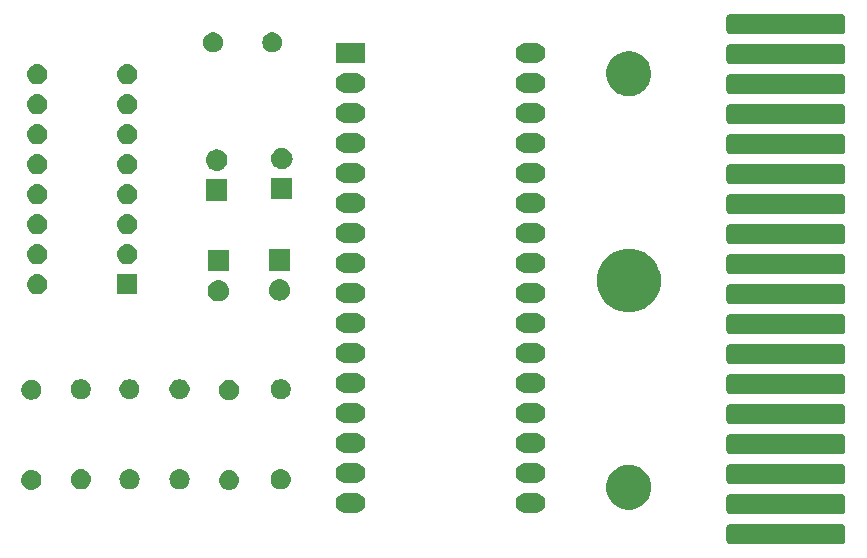
<source format=gbr>
G04 #@! TF.GenerationSoftware,KiCad,Pcbnew,5.0.2+dfsg1-1~bpo9+1*
G04 #@! TF.CreationDate,2019-09-01T17:00:00+01:00*
G04 #@! TF.ProjectId,multicart,6d756c74-6963-4617-9274-2e6b69636164,V0.1*
G04 #@! TF.SameCoordinates,Original*
G04 #@! TF.FileFunction,Soldermask,Bot*
G04 #@! TF.FilePolarity,Negative*
%FSLAX46Y46*%
G04 Gerber Fmt 4.6, Leading zero omitted, Abs format (unit mm)*
G04 Created by KiCad (PCBNEW 5.0.2+dfsg1-1~bpo9+1) date Sun 01 Sep 2019 17:00:00 BST*
%MOMM*%
%LPD*%
G01*
G04 APERTURE LIST*
%ADD10C,0.100000*%
G04 APERTURE END LIST*
D10*
G36*
X135568898Y-88736768D02*
X135636884Y-88757391D01*
X135699537Y-88790880D01*
X135754452Y-88835948D01*
X135799520Y-88890863D01*
X135833009Y-88953516D01*
X135853632Y-89021502D01*
X135861200Y-89098340D01*
X135861200Y-90062060D01*
X135853632Y-90138898D01*
X135833009Y-90206884D01*
X135799520Y-90269537D01*
X135754452Y-90324452D01*
X135699537Y-90369520D01*
X135636884Y-90403009D01*
X135568898Y-90423632D01*
X135492060Y-90431200D01*
X126128340Y-90431200D01*
X126051502Y-90423632D01*
X125983516Y-90403009D01*
X125920863Y-90369520D01*
X125865948Y-90324452D01*
X125820880Y-90269537D01*
X125787391Y-90206884D01*
X125766768Y-90138898D01*
X125759200Y-90062060D01*
X125759200Y-89098340D01*
X125766768Y-89021502D01*
X125787391Y-88953516D01*
X125820880Y-88890863D01*
X125865948Y-88835948D01*
X125920863Y-88790880D01*
X125983516Y-88757391D01*
X126051502Y-88736768D01*
X126128340Y-88729200D01*
X135492060Y-88729200D01*
X135568898Y-88736768D01*
X135568898Y-88736768D01*
G37*
G36*
X135568898Y-86196768D02*
X135636884Y-86217391D01*
X135699537Y-86250880D01*
X135754452Y-86295948D01*
X135799520Y-86350863D01*
X135833009Y-86413516D01*
X135853632Y-86481502D01*
X135861200Y-86558340D01*
X135861200Y-87522060D01*
X135853632Y-87598898D01*
X135833009Y-87666884D01*
X135799520Y-87729537D01*
X135754452Y-87784452D01*
X135699537Y-87829520D01*
X135636884Y-87863009D01*
X135568898Y-87883632D01*
X135492060Y-87891200D01*
X126128340Y-87891200D01*
X126051502Y-87883632D01*
X125983516Y-87863009D01*
X125920863Y-87829520D01*
X125865948Y-87784452D01*
X125820880Y-87729537D01*
X125787391Y-87666884D01*
X125766768Y-87598898D01*
X125759200Y-87522060D01*
X125759200Y-86558340D01*
X125766768Y-86481502D01*
X125787391Y-86413516D01*
X125820880Y-86350863D01*
X125865948Y-86295948D01*
X125920863Y-86250880D01*
X125983516Y-86217391D01*
X126051502Y-86196768D01*
X126128340Y-86189200D01*
X135492060Y-86189200D01*
X135568898Y-86196768D01*
X135568898Y-86196768D01*
G37*
G36*
X94521421Y-86105513D02*
X94521424Y-86105514D01*
X94521425Y-86105514D01*
X94681839Y-86154175D01*
X94681841Y-86154176D01*
X94681844Y-86154177D01*
X94829678Y-86233195D01*
X94959259Y-86339541D01*
X95065605Y-86469122D01*
X95144623Y-86616956D01*
X95193287Y-86777379D01*
X95209717Y-86944200D01*
X95193287Y-87111021D01*
X95144623Y-87271444D01*
X95065605Y-87419278D01*
X94959259Y-87548859D01*
X94829678Y-87655205D01*
X94681844Y-87734223D01*
X94681841Y-87734224D01*
X94681839Y-87734225D01*
X94521425Y-87782886D01*
X94521424Y-87782886D01*
X94521421Y-87782887D01*
X94396404Y-87795200D01*
X93512796Y-87795200D01*
X93387779Y-87782887D01*
X93387776Y-87782886D01*
X93387775Y-87782886D01*
X93227361Y-87734225D01*
X93227359Y-87734224D01*
X93227356Y-87734223D01*
X93079522Y-87655205D01*
X92949941Y-87548859D01*
X92843595Y-87419278D01*
X92764577Y-87271444D01*
X92715913Y-87111021D01*
X92699483Y-86944200D01*
X92715913Y-86777379D01*
X92764577Y-86616956D01*
X92843595Y-86469122D01*
X92949941Y-86339541D01*
X93079522Y-86233195D01*
X93227356Y-86154177D01*
X93227359Y-86154176D01*
X93227361Y-86154175D01*
X93387775Y-86105514D01*
X93387776Y-86105514D01*
X93387779Y-86105513D01*
X93512796Y-86093200D01*
X94396404Y-86093200D01*
X94521421Y-86105513D01*
X94521421Y-86105513D01*
G37*
G36*
X109761421Y-86105513D02*
X109761424Y-86105514D01*
X109761425Y-86105514D01*
X109921839Y-86154175D01*
X109921841Y-86154176D01*
X109921844Y-86154177D01*
X110069678Y-86233195D01*
X110199259Y-86339541D01*
X110305605Y-86469122D01*
X110384623Y-86616956D01*
X110433287Y-86777379D01*
X110449717Y-86944200D01*
X110433287Y-87111021D01*
X110384623Y-87271444D01*
X110305605Y-87419278D01*
X110199259Y-87548859D01*
X110069678Y-87655205D01*
X109921844Y-87734223D01*
X109921841Y-87734224D01*
X109921839Y-87734225D01*
X109761425Y-87782886D01*
X109761424Y-87782886D01*
X109761421Y-87782887D01*
X109636404Y-87795200D01*
X108752796Y-87795200D01*
X108627779Y-87782887D01*
X108627776Y-87782886D01*
X108627775Y-87782886D01*
X108467361Y-87734225D01*
X108467359Y-87734224D01*
X108467356Y-87734223D01*
X108319522Y-87655205D01*
X108189941Y-87548859D01*
X108083595Y-87419278D01*
X108004577Y-87271444D01*
X107955913Y-87111021D01*
X107939483Y-86944200D01*
X107955913Y-86777379D01*
X108004577Y-86616956D01*
X108083595Y-86469122D01*
X108189941Y-86339541D01*
X108319522Y-86233195D01*
X108467356Y-86154177D01*
X108467359Y-86154176D01*
X108467361Y-86154175D01*
X108627775Y-86105514D01*
X108627776Y-86105514D01*
X108627779Y-86105513D01*
X108752796Y-86093200D01*
X109636404Y-86093200D01*
X109761421Y-86105513D01*
X109761421Y-86105513D01*
G37*
G36*
X117949278Y-83753303D02*
X118071701Y-83777654D01*
X118151874Y-83810863D01*
X118417660Y-83920955D01*
X118729020Y-84128999D01*
X118993801Y-84393780D01*
X119201845Y-84705140D01*
X119273975Y-84879278D01*
X119345146Y-85051099D01*
X119365857Y-85155221D01*
X119418200Y-85418366D01*
X119418200Y-85792834D01*
X119408937Y-85839400D01*
X119345146Y-86160101D01*
X119314869Y-86233195D01*
X119201845Y-86506060D01*
X118993801Y-86817420D01*
X118729020Y-87082201D01*
X118417660Y-87290245D01*
X118215002Y-87374189D01*
X118071701Y-87433546D01*
X117949278Y-87457897D01*
X117704434Y-87506600D01*
X117329966Y-87506600D01*
X117085122Y-87457897D01*
X116962699Y-87433546D01*
X116819398Y-87374189D01*
X116616740Y-87290245D01*
X116305380Y-87082201D01*
X116040599Y-86817420D01*
X115832555Y-86506060D01*
X115719531Y-86233195D01*
X115689254Y-86160101D01*
X115625463Y-85839400D01*
X115616200Y-85792834D01*
X115616200Y-85418366D01*
X115668543Y-85155221D01*
X115689254Y-85051099D01*
X115760425Y-84879278D01*
X115832555Y-84705140D01*
X116040599Y-84393780D01*
X116305380Y-84128999D01*
X116616740Y-83920955D01*
X116882526Y-83810863D01*
X116962699Y-83777654D01*
X117085122Y-83753303D01*
X117329966Y-83704600D01*
X117704434Y-83704600D01*
X117949278Y-83753303D01*
X117949278Y-83753303D01*
G37*
G36*
X83834421Y-84175113D02*
X83834424Y-84175114D01*
X83834425Y-84175114D01*
X83994839Y-84223775D01*
X83994841Y-84223776D01*
X83994844Y-84223777D01*
X84142678Y-84302795D01*
X84272259Y-84409141D01*
X84378605Y-84538722D01*
X84457623Y-84686556D01*
X84457624Y-84686559D01*
X84457625Y-84686561D01*
X84471240Y-84731444D01*
X84506287Y-84846979D01*
X84522717Y-85013800D01*
X84506287Y-85180621D01*
X84506286Y-85180624D01*
X84506286Y-85180625D01*
X84464368Y-85318811D01*
X84457623Y-85341044D01*
X84378605Y-85488878D01*
X84272259Y-85618459D01*
X84142678Y-85724805D01*
X83994844Y-85803823D01*
X83994841Y-85803824D01*
X83994839Y-85803825D01*
X83834425Y-85852486D01*
X83834424Y-85852486D01*
X83834421Y-85852487D01*
X83709404Y-85864800D01*
X83625796Y-85864800D01*
X83500779Y-85852487D01*
X83500776Y-85852486D01*
X83500775Y-85852486D01*
X83340361Y-85803825D01*
X83340359Y-85803824D01*
X83340356Y-85803823D01*
X83192522Y-85724805D01*
X83062941Y-85618459D01*
X82956595Y-85488878D01*
X82877577Y-85341044D01*
X82870833Y-85318811D01*
X82828914Y-85180625D01*
X82828914Y-85180624D01*
X82828913Y-85180621D01*
X82812483Y-85013800D01*
X82828913Y-84846979D01*
X82863960Y-84731444D01*
X82877575Y-84686561D01*
X82877576Y-84686559D01*
X82877577Y-84686556D01*
X82956595Y-84538722D01*
X83062941Y-84409141D01*
X83192522Y-84302795D01*
X83340356Y-84223777D01*
X83340359Y-84223776D01*
X83340361Y-84223775D01*
X83500775Y-84175114D01*
X83500776Y-84175114D01*
X83500779Y-84175113D01*
X83625796Y-84162800D01*
X83709404Y-84162800D01*
X83834421Y-84175113D01*
X83834421Y-84175113D01*
G37*
G36*
X67095821Y-84149713D02*
X67095824Y-84149714D01*
X67095825Y-84149714D01*
X67256239Y-84198375D01*
X67256241Y-84198376D01*
X67256244Y-84198377D01*
X67404078Y-84277395D01*
X67533659Y-84383741D01*
X67640005Y-84513322D01*
X67719023Y-84661156D01*
X67719024Y-84661159D01*
X67719025Y-84661161D01*
X67740345Y-84731444D01*
X67767687Y-84821579D01*
X67784117Y-84988400D01*
X67767687Y-85155221D01*
X67767686Y-85155224D01*
X67767686Y-85155225D01*
X67729991Y-85279490D01*
X67719023Y-85315644D01*
X67640005Y-85463478D01*
X67533659Y-85593059D01*
X67404078Y-85699405D01*
X67256244Y-85778423D01*
X67256241Y-85778424D01*
X67256239Y-85778425D01*
X67095825Y-85827086D01*
X67095824Y-85827086D01*
X67095821Y-85827087D01*
X66970804Y-85839400D01*
X66887196Y-85839400D01*
X66762179Y-85827087D01*
X66762176Y-85827086D01*
X66762175Y-85827086D01*
X66601761Y-85778425D01*
X66601759Y-85778424D01*
X66601756Y-85778423D01*
X66453922Y-85699405D01*
X66324341Y-85593059D01*
X66217995Y-85463478D01*
X66138977Y-85315644D01*
X66128010Y-85279490D01*
X66090314Y-85155225D01*
X66090314Y-85155224D01*
X66090313Y-85155221D01*
X66073883Y-84988400D01*
X66090313Y-84821579D01*
X66117655Y-84731444D01*
X66138975Y-84661161D01*
X66138976Y-84661159D01*
X66138977Y-84661156D01*
X66217995Y-84513322D01*
X66324341Y-84383741D01*
X66453922Y-84277395D01*
X66601756Y-84198377D01*
X66601759Y-84198376D01*
X66601761Y-84198375D01*
X66762175Y-84149714D01*
X66762176Y-84149714D01*
X66762179Y-84149713D01*
X66887196Y-84137400D01*
X66970804Y-84137400D01*
X67095821Y-84149713D01*
X67095821Y-84149713D01*
G37*
G36*
X71286821Y-84098913D02*
X71286824Y-84098914D01*
X71286825Y-84098914D01*
X71447239Y-84147575D01*
X71447241Y-84147576D01*
X71447244Y-84147577D01*
X71595078Y-84226595D01*
X71724659Y-84332941D01*
X71831005Y-84462522D01*
X71910023Y-84610356D01*
X71910024Y-84610359D01*
X71910025Y-84610361D01*
X71946755Y-84731444D01*
X71958687Y-84770779D01*
X71975117Y-84937600D01*
X71958687Y-85104421D01*
X71958686Y-85104424D01*
X71958686Y-85104425D01*
X71912949Y-85255200D01*
X71910023Y-85264844D01*
X71831005Y-85412678D01*
X71724659Y-85542259D01*
X71595078Y-85648605D01*
X71447244Y-85727623D01*
X71447241Y-85727624D01*
X71447239Y-85727625D01*
X71286825Y-85776286D01*
X71286824Y-85776286D01*
X71286821Y-85776287D01*
X71161804Y-85788600D01*
X71078196Y-85788600D01*
X70953179Y-85776287D01*
X70953176Y-85776286D01*
X70953175Y-85776286D01*
X70792761Y-85727625D01*
X70792759Y-85727624D01*
X70792756Y-85727623D01*
X70644922Y-85648605D01*
X70515341Y-85542259D01*
X70408995Y-85412678D01*
X70329977Y-85264844D01*
X70327052Y-85255200D01*
X70281314Y-85104425D01*
X70281314Y-85104424D01*
X70281313Y-85104421D01*
X70264883Y-84937600D01*
X70281313Y-84770779D01*
X70293245Y-84731444D01*
X70329975Y-84610361D01*
X70329976Y-84610359D01*
X70329977Y-84610356D01*
X70408995Y-84462522D01*
X70515341Y-84332941D01*
X70644922Y-84226595D01*
X70792756Y-84147577D01*
X70792759Y-84147576D01*
X70792761Y-84147575D01*
X70953175Y-84098914D01*
X70953176Y-84098914D01*
X70953179Y-84098913D01*
X71078196Y-84086600D01*
X71161804Y-84086600D01*
X71286821Y-84098913D01*
X71286821Y-84098913D01*
G37*
G36*
X75401621Y-84098913D02*
X75401624Y-84098914D01*
X75401625Y-84098914D01*
X75562039Y-84147575D01*
X75562041Y-84147576D01*
X75562044Y-84147577D01*
X75709878Y-84226595D01*
X75839459Y-84332941D01*
X75945805Y-84462522D01*
X76024823Y-84610356D01*
X76024824Y-84610359D01*
X76024825Y-84610361D01*
X76061555Y-84731444D01*
X76073487Y-84770779D01*
X76089917Y-84937600D01*
X76073487Y-85104421D01*
X76073486Y-85104424D01*
X76073486Y-85104425D01*
X76027749Y-85255200D01*
X76024823Y-85264844D01*
X75945805Y-85412678D01*
X75839459Y-85542259D01*
X75709878Y-85648605D01*
X75562044Y-85727623D01*
X75562041Y-85727624D01*
X75562039Y-85727625D01*
X75401625Y-85776286D01*
X75401624Y-85776286D01*
X75401621Y-85776287D01*
X75276604Y-85788600D01*
X75192996Y-85788600D01*
X75067979Y-85776287D01*
X75067976Y-85776286D01*
X75067975Y-85776286D01*
X74907561Y-85727625D01*
X74907559Y-85727624D01*
X74907556Y-85727623D01*
X74759722Y-85648605D01*
X74630141Y-85542259D01*
X74523795Y-85412678D01*
X74444777Y-85264844D01*
X74441852Y-85255200D01*
X74396114Y-85104425D01*
X74396114Y-85104424D01*
X74396113Y-85104421D01*
X74379683Y-84937600D01*
X74396113Y-84770779D01*
X74408045Y-84731444D01*
X74444775Y-84610361D01*
X74444776Y-84610359D01*
X74444777Y-84610356D01*
X74523795Y-84462522D01*
X74630141Y-84332941D01*
X74759722Y-84226595D01*
X74907556Y-84147577D01*
X74907559Y-84147576D01*
X74907561Y-84147575D01*
X75067975Y-84098914D01*
X75067976Y-84098914D01*
X75067979Y-84098913D01*
X75192996Y-84086600D01*
X75276604Y-84086600D01*
X75401621Y-84098913D01*
X75401621Y-84098913D01*
G37*
G36*
X79643421Y-84098913D02*
X79643424Y-84098914D01*
X79643425Y-84098914D01*
X79803839Y-84147575D01*
X79803841Y-84147576D01*
X79803844Y-84147577D01*
X79951678Y-84226595D01*
X80081259Y-84332941D01*
X80187605Y-84462522D01*
X80266623Y-84610356D01*
X80266624Y-84610359D01*
X80266625Y-84610361D01*
X80303355Y-84731444D01*
X80315287Y-84770779D01*
X80331717Y-84937600D01*
X80315287Y-85104421D01*
X80315286Y-85104424D01*
X80315286Y-85104425D01*
X80269549Y-85255200D01*
X80266623Y-85264844D01*
X80187605Y-85412678D01*
X80081259Y-85542259D01*
X79951678Y-85648605D01*
X79803844Y-85727623D01*
X79803841Y-85727624D01*
X79803839Y-85727625D01*
X79643425Y-85776286D01*
X79643424Y-85776286D01*
X79643421Y-85776287D01*
X79518404Y-85788600D01*
X79434796Y-85788600D01*
X79309779Y-85776287D01*
X79309776Y-85776286D01*
X79309775Y-85776286D01*
X79149361Y-85727625D01*
X79149359Y-85727624D01*
X79149356Y-85727623D01*
X79001522Y-85648605D01*
X78871941Y-85542259D01*
X78765595Y-85412678D01*
X78686577Y-85264844D01*
X78683652Y-85255200D01*
X78637914Y-85104425D01*
X78637914Y-85104424D01*
X78637913Y-85104421D01*
X78621483Y-84937600D01*
X78637913Y-84770779D01*
X78649845Y-84731444D01*
X78686575Y-84610361D01*
X78686576Y-84610359D01*
X78686577Y-84610356D01*
X78765595Y-84462522D01*
X78871941Y-84332941D01*
X79001522Y-84226595D01*
X79149356Y-84147577D01*
X79149359Y-84147576D01*
X79149361Y-84147575D01*
X79309775Y-84098914D01*
X79309776Y-84098914D01*
X79309779Y-84098913D01*
X79434796Y-84086600D01*
X79518404Y-84086600D01*
X79643421Y-84098913D01*
X79643421Y-84098913D01*
G37*
G36*
X88203221Y-84098913D02*
X88203224Y-84098914D01*
X88203225Y-84098914D01*
X88363639Y-84147575D01*
X88363641Y-84147576D01*
X88363644Y-84147577D01*
X88511478Y-84226595D01*
X88641059Y-84332941D01*
X88747405Y-84462522D01*
X88826423Y-84610356D01*
X88826424Y-84610359D01*
X88826425Y-84610361D01*
X88863155Y-84731444D01*
X88875087Y-84770779D01*
X88891517Y-84937600D01*
X88875087Y-85104421D01*
X88875086Y-85104424D01*
X88875086Y-85104425D01*
X88829349Y-85255200D01*
X88826423Y-85264844D01*
X88747405Y-85412678D01*
X88641059Y-85542259D01*
X88511478Y-85648605D01*
X88363644Y-85727623D01*
X88363641Y-85727624D01*
X88363639Y-85727625D01*
X88203225Y-85776286D01*
X88203224Y-85776286D01*
X88203221Y-85776287D01*
X88078204Y-85788600D01*
X87994596Y-85788600D01*
X87869579Y-85776287D01*
X87869576Y-85776286D01*
X87869575Y-85776286D01*
X87709161Y-85727625D01*
X87709159Y-85727624D01*
X87709156Y-85727623D01*
X87561322Y-85648605D01*
X87431741Y-85542259D01*
X87325395Y-85412678D01*
X87246377Y-85264844D01*
X87243452Y-85255200D01*
X87197714Y-85104425D01*
X87197714Y-85104424D01*
X87197713Y-85104421D01*
X87181283Y-84937600D01*
X87197713Y-84770779D01*
X87209645Y-84731444D01*
X87246375Y-84610361D01*
X87246376Y-84610359D01*
X87246377Y-84610356D01*
X87325395Y-84462522D01*
X87431741Y-84332941D01*
X87561322Y-84226595D01*
X87709156Y-84147577D01*
X87709159Y-84147576D01*
X87709161Y-84147575D01*
X87869575Y-84098914D01*
X87869576Y-84098914D01*
X87869579Y-84098913D01*
X87994596Y-84086600D01*
X88078204Y-84086600D01*
X88203221Y-84098913D01*
X88203221Y-84098913D01*
G37*
G36*
X135568898Y-83656768D02*
X135636884Y-83677391D01*
X135699537Y-83710880D01*
X135754452Y-83755948D01*
X135799520Y-83810863D01*
X135833009Y-83873516D01*
X135853632Y-83941502D01*
X135861200Y-84018340D01*
X135861200Y-84982060D01*
X135853632Y-85058898D01*
X135833009Y-85126884D01*
X135799520Y-85189537D01*
X135754452Y-85244452D01*
X135699537Y-85289520D01*
X135636884Y-85323009D01*
X135568898Y-85343632D01*
X135492060Y-85351200D01*
X126128340Y-85351200D01*
X126051502Y-85343632D01*
X125983516Y-85323009D01*
X125920863Y-85289520D01*
X125865948Y-85244452D01*
X125820880Y-85189537D01*
X125787391Y-85126884D01*
X125766768Y-85058898D01*
X125759200Y-84982060D01*
X125759200Y-84018340D01*
X125766768Y-83941502D01*
X125787391Y-83873516D01*
X125820880Y-83810863D01*
X125865948Y-83755948D01*
X125920863Y-83710880D01*
X125983516Y-83677391D01*
X126051502Y-83656768D01*
X126128340Y-83649200D01*
X135492060Y-83649200D01*
X135568898Y-83656768D01*
X135568898Y-83656768D01*
G37*
G36*
X94521421Y-83565513D02*
X94521424Y-83565514D01*
X94521425Y-83565514D01*
X94681839Y-83614175D01*
X94681841Y-83614176D01*
X94681844Y-83614177D01*
X94829678Y-83693195D01*
X94959259Y-83799541D01*
X95065605Y-83929122D01*
X95144623Y-84076956D01*
X95144624Y-84076959D01*
X95144625Y-84076961D01*
X95162959Y-84137400D01*
X95193287Y-84237379D01*
X95209717Y-84404200D01*
X95193287Y-84571021D01*
X95193286Y-84571024D01*
X95193286Y-84571025D01*
X95152603Y-84705140D01*
X95144623Y-84731444D01*
X95065605Y-84879278D01*
X94959259Y-85008859D01*
X94829678Y-85115205D01*
X94681844Y-85194223D01*
X94681841Y-85194224D01*
X94681839Y-85194225D01*
X94521425Y-85242886D01*
X94521424Y-85242886D01*
X94521421Y-85242887D01*
X94396404Y-85255200D01*
X93512796Y-85255200D01*
X93387779Y-85242887D01*
X93387776Y-85242886D01*
X93387775Y-85242886D01*
X93227361Y-85194225D01*
X93227359Y-85194224D01*
X93227356Y-85194223D01*
X93079522Y-85115205D01*
X92949941Y-85008859D01*
X92843595Y-84879278D01*
X92764577Y-84731444D01*
X92756598Y-84705140D01*
X92715914Y-84571025D01*
X92715914Y-84571024D01*
X92715913Y-84571021D01*
X92699483Y-84404200D01*
X92715913Y-84237379D01*
X92746241Y-84137400D01*
X92764575Y-84076961D01*
X92764576Y-84076959D01*
X92764577Y-84076956D01*
X92843595Y-83929122D01*
X92949941Y-83799541D01*
X93079522Y-83693195D01*
X93227356Y-83614177D01*
X93227359Y-83614176D01*
X93227361Y-83614175D01*
X93387775Y-83565514D01*
X93387776Y-83565514D01*
X93387779Y-83565513D01*
X93512796Y-83553200D01*
X94396404Y-83553200D01*
X94521421Y-83565513D01*
X94521421Y-83565513D01*
G37*
G36*
X109761421Y-83565513D02*
X109761424Y-83565514D01*
X109761425Y-83565514D01*
X109921839Y-83614175D01*
X109921841Y-83614176D01*
X109921844Y-83614177D01*
X110069678Y-83693195D01*
X110199259Y-83799541D01*
X110305605Y-83929122D01*
X110384623Y-84076956D01*
X110384624Y-84076959D01*
X110384625Y-84076961D01*
X110402959Y-84137400D01*
X110433287Y-84237379D01*
X110449717Y-84404200D01*
X110433287Y-84571021D01*
X110433286Y-84571024D01*
X110433286Y-84571025D01*
X110392603Y-84705140D01*
X110384623Y-84731444D01*
X110305605Y-84879278D01*
X110199259Y-85008859D01*
X110069678Y-85115205D01*
X109921844Y-85194223D01*
X109921841Y-85194224D01*
X109921839Y-85194225D01*
X109761425Y-85242886D01*
X109761424Y-85242886D01*
X109761421Y-85242887D01*
X109636404Y-85255200D01*
X108752796Y-85255200D01*
X108627779Y-85242887D01*
X108627776Y-85242886D01*
X108627775Y-85242886D01*
X108467361Y-85194225D01*
X108467359Y-85194224D01*
X108467356Y-85194223D01*
X108319522Y-85115205D01*
X108189941Y-85008859D01*
X108083595Y-84879278D01*
X108004577Y-84731444D01*
X107996598Y-84705140D01*
X107955914Y-84571025D01*
X107955914Y-84571024D01*
X107955913Y-84571021D01*
X107939483Y-84404200D01*
X107955913Y-84237379D01*
X107986241Y-84137400D01*
X108004575Y-84076961D01*
X108004576Y-84076959D01*
X108004577Y-84076956D01*
X108083595Y-83929122D01*
X108189941Y-83799541D01*
X108319522Y-83693195D01*
X108467356Y-83614177D01*
X108467359Y-83614176D01*
X108467361Y-83614175D01*
X108627775Y-83565514D01*
X108627776Y-83565514D01*
X108627779Y-83565513D01*
X108752796Y-83553200D01*
X109636404Y-83553200D01*
X109761421Y-83565513D01*
X109761421Y-83565513D01*
G37*
G36*
X135568898Y-81116768D02*
X135636884Y-81137391D01*
X135699537Y-81170880D01*
X135754452Y-81215948D01*
X135799520Y-81270863D01*
X135833009Y-81333516D01*
X135853632Y-81401502D01*
X135861200Y-81478340D01*
X135861200Y-82442060D01*
X135853632Y-82518898D01*
X135833009Y-82586884D01*
X135799520Y-82649537D01*
X135754452Y-82704452D01*
X135699537Y-82749520D01*
X135636884Y-82783009D01*
X135568898Y-82803632D01*
X135492060Y-82811200D01*
X126128340Y-82811200D01*
X126051502Y-82803632D01*
X125983516Y-82783009D01*
X125920863Y-82749520D01*
X125865948Y-82704452D01*
X125820880Y-82649537D01*
X125787391Y-82586884D01*
X125766768Y-82518898D01*
X125759200Y-82442060D01*
X125759200Y-81478340D01*
X125766768Y-81401502D01*
X125787391Y-81333516D01*
X125820880Y-81270863D01*
X125865948Y-81215948D01*
X125920863Y-81170880D01*
X125983516Y-81137391D01*
X126051502Y-81116768D01*
X126128340Y-81109200D01*
X135492060Y-81109200D01*
X135568898Y-81116768D01*
X135568898Y-81116768D01*
G37*
G36*
X94521421Y-81025513D02*
X94521424Y-81025514D01*
X94521425Y-81025514D01*
X94681839Y-81074175D01*
X94681841Y-81074176D01*
X94681844Y-81074177D01*
X94829678Y-81153195D01*
X94959259Y-81259541D01*
X95065605Y-81389122D01*
X95144623Y-81536956D01*
X95193287Y-81697379D01*
X95209717Y-81864200D01*
X95193287Y-82031021D01*
X95144623Y-82191444D01*
X95065605Y-82339278D01*
X94959259Y-82468859D01*
X94829678Y-82575205D01*
X94681844Y-82654223D01*
X94681841Y-82654224D01*
X94681839Y-82654225D01*
X94521425Y-82702886D01*
X94521424Y-82702886D01*
X94521421Y-82702887D01*
X94396404Y-82715200D01*
X93512796Y-82715200D01*
X93387779Y-82702887D01*
X93387776Y-82702886D01*
X93387775Y-82702886D01*
X93227361Y-82654225D01*
X93227359Y-82654224D01*
X93227356Y-82654223D01*
X93079522Y-82575205D01*
X92949941Y-82468859D01*
X92843595Y-82339278D01*
X92764577Y-82191444D01*
X92715913Y-82031021D01*
X92699483Y-81864200D01*
X92715913Y-81697379D01*
X92764577Y-81536956D01*
X92843595Y-81389122D01*
X92949941Y-81259541D01*
X93079522Y-81153195D01*
X93227356Y-81074177D01*
X93227359Y-81074176D01*
X93227361Y-81074175D01*
X93387775Y-81025514D01*
X93387776Y-81025514D01*
X93387779Y-81025513D01*
X93512796Y-81013200D01*
X94396404Y-81013200D01*
X94521421Y-81025513D01*
X94521421Y-81025513D01*
G37*
G36*
X109761421Y-81025513D02*
X109761424Y-81025514D01*
X109761425Y-81025514D01*
X109921839Y-81074175D01*
X109921841Y-81074176D01*
X109921844Y-81074177D01*
X110069678Y-81153195D01*
X110199259Y-81259541D01*
X110305605Y-81389122D01*
X110384623Y-81536956D01*
X110433287Y-81697379D01*
X110449717Y-81864200D01*
X110433287Y-82031021D01*
X110384623Y-82191444D01*
X110305605Y-82339278D01*
X110199259Y-82468859D01*
X110069678Y-82575205D01*
X109921844Y-82654223D01*
X109921841Y-82654224D01*
X109921839Y-82654225D01*
X109761425Y-82702886D01*
X109761424Y-82702886D01*
X109761421Y-82702887D01*
X109636404Y-82715200D01*
X108752796Y-82715200D01*
X108627779Y-82702887D01*
X108627776Y-82702886D01*
X108627775Y-82702886D01*
X108467361Y-82654225D01*
X108467359Y-82654224D01*
X108467356Y-82654223D01*
X108319522Y-82575205D01*
X108189941Y-82468859D01*
X108083595Y-82339278D01*
X108004577Y-82191444D01*
X107955913Y-82031021D01*
X107939483Y-81864200D01*
X107955913Y-81697379D01*
X108004577Y-81536956D01*
X108083595Y-81389122D01*
X108189941Y-81259541D01*
X108319522Y-81153195D01*
X108467356Y-81074177D01*
X108467359Y-81074176D01*
X108467361Y-81074175D01*
X108627775Y-81025514D01*
X108627776Y-81025514D01*
X108627779Y-81025513D01*
X108752796Y-81013200D01*
X109636404Y-81013200D01*
X109761421Y-81025513D01*
X109761421Y-81025513D01*
G37*
G36*
X135568898Y-78576768D02*
X135636884Y-78597391D01*
X135699537Y-78630880D01*
X135754452Y-78675948D01*
X135799520Y-78730863D01*
X135833009Y-78793516D01*
X135853632Y-78861502D01*
X135861200Y-78938340D01*
X135861200Y-79902060D01*
X135853632Y-79978898D01*
X135833009Y-80046884D01*
X135799520Y-80109537D01*
X135754452Y-80164452D01*
X135699537Y-80209520D01*
X135636884Y-80243009D01*
X135568898Y-80263632D01*
X135492060Y-80271200D01*
X126128340Y-80271200D01*
X126051502Y-80263632D01*
X125983516Y-80243009D01*
X125920863Y-80209520D01*
X125865948Y-80164452D01*
X125820880Y-80109537D01*
X125787391Y-80046884D01*
X125766768Y-79978898D01*
X125759200Y-79902060D01*
X125759200Y-78938340D01*
X125766768Y-78861502D01*
X125787391Y-78793516D01*
X125820880Y-78730863D01*
X125865948Y-78675948D01*
X125920863Y-78630880D01*
X125983516Y-78597391D01*
X126051502Y-78576768D01*
X126128340Y-78569200D01*
X135492060Y-78569200D01*
X135568898Y-78576768D01*
X135568898Y-78576768D01*
G37*
G36*
X94521421Y-78485513D02*
X94521424Y-78485514D01*
X94521425Y-78485514D01*
X94681839Y-78534175D01*
X94681841Y-78534176D01*
X94681844Y-78534177D01*
X94829678Y-78613195D01*
X94959259Y-78719541D01*
X95065605Y-78849122D01*
X95144623Y-78996956D01*
X95193287Y-79157379D01*
X95209717Y-79324200D01*
X95193287Y-79491021D01*
X95144623Y-79651444D01*
X95065605Y-79799278D01*
X94959259Y-79928859D01*
X94829678Y-80035205D01*
X94681844Y-80114223D01*
X94681841Y-80114224D01*
X94681839Y-80114225D01*
X94521425Y-80162886D01*
X94521424Y-80162886D01*
X94521421Y-80162887D01*
X94396404Y-80175200D01*
X93512796Y-80175200D01*
X93387779Y-80162887D01*
X93387776Y-80162886D01*
X93387775Y-80162886D01*
X93227361Y-80114225D01*
X93227359Y-80114224D01*
X93227356Y-80114223D01*
X93079522Y-80035205D01*
X92949941Y-79928859D01*
X92843595Y-79799278D01*
X92764577Y-79651444D01*
X92715913Y-79491021D01*
X92699483Y-79324200D01*
X92715913Y-79157379D01*
X92764577Y-78996956D01*
X92843595Y-78849122D01*
X92949941Y-78719541D01*
X93079522Y-78613195D01*
X93227356Y-78534177D01*
X93227359Y-78534176D01*
X93227361Y-78534175D01*
X93387775Y-78485514D01*
X93387776Y-78485514D01*
X93387779Y-78485513D01*
X93512796Y-78473200D01*
X94396404Y-78473200D01*
X94521421Y-78485513D01*
X94521421Y-78485513D01*
G37*
G36*
X109761421Y-78485513D02*
X109761424Y-78485514D01*
X109761425Y-78485514D01*
X109921839Y-78534175D01*
X109921841Y-78534176D01*
X109921844Y-78534177D01*
X110069678Y-78613195D01*
X110199259Y-78719541D01*
X110305605Y-78849122D01*
X110384623Y-78996956D01*
X110433287Y-79157379D01*
X110449717Y-79324200D01*
X110433287Y-79491021D01*
X110384623Y-79651444D01*
X110305605Y-79799278D01*
X110199259Y-79928859D01*
X110069678Y-80035205D01*
X109921844Y-80114223D01*
X109921841Y-80114224D01*
X109921839Y-80114225D01*
X109761425Y-80162886D01*
X109761424Y-80162886D01*
X109761421Y-80162887D01*
X109636404Y-80175200D01*
X108752796Y-80175200D01*
X108627779Y-80162887D01*
X108627776Y-80162886D01*
X108627775Y-80162886D01*
X108467361Y-80114225D01*
X108467359Y-80114224D01*
X108467356Y-80114223D01*
X108319522Y-80035205D01*
X108189941Y-79928859D01*
X108083595Y-79799278D01*
X108004577Y-79651444D01*
X107955913Y-79491021D01*
X107939483Y-79324200D01*
X107955913Y-79157379D01*
X108004577Y-78996956D01*
X108083595Y-78849122D01*
X108189941Y-78719541D01*
X108319522Y-78613195D01*
X108467356Y-78534177D01*
X108467359Y-78534176D01*
X108467361Y-78534175D01*
X108627775Y-78485514D01*
X108627776Y-78485514D01*
X108627779Y-78485513D01*
X108752796Y-78473200D01*
X109636404Y-78473200D01*
X109761421Y-78485513D01*
X109761421Y-78485513D01*
G37*
G36*
X83915828Y-76575503D02*
X84070700Y-76639653D01*
X84210081Y-76732785D01*
X84328615Y-76851319D01*
X84421747Y-76990700D01*
X84485897Y-77145572D01*
X84518600Y-77309984D01*
X84518600Y-77477616D01*
X84485897Y-77642028D01*
X84421747Y-77796900D01*
X84328615Y-77936281D01*
X84210081Y-78054815D01*
X84070700Y-78147947D01*
X83915828Y-78212097D01*
X83751416Y-78244800D01*
X83583784Y-78244800D01*
X83419372Y-78212097D01*
X83264500Y-78147947D01*
X83125119Y-78054815D01*
X83006585Y-77936281D01*
X82913453Y-77796900D01*
X82849303Y-77642028D01*
X82816600Y-77477616D01*
X82816600Y-77309984D01*
X82849303Y-77145572D01*
X82913453Y-76990700D01*
X83006585Y-76851319D01*
X83125119Y-76732785D01*
X83264500Y-76639653D01*
X83419372Y-76575503D01*
X83583784Y-76542800D01*
X83751416Y-76542800D01*
X83915828Y-76575503D01*
X83915828Y-76575503D01*
G37*
G36*
X67177228Y-76550103D02*
X67332100Y-76614253D01*
X67471481Y-76707385D01*
X67590015Y-76825919D01*
X67683147Y-76965300D01*
X67747297Y-77120172D01*
X67780000Y-77284584D01*
X67780000Y-77452216D01*
X67747297Y-77616628D01*
X67683147Y-77771500D01*
X67590015Y-77910881D01*
X67471481Y-78029415D01*
X67332100Y-78122547D01*
X67177228Y-78186697D01*
X67012816Y-78219400D01*
X66845184Y-78219400D01*
X66680772Y-78186697D01*
X66525900Y-78122547D01*
X66386519Y-78029415D01*
X66267985Y-77910881D01*
X66174853Y-77771500D01*
X66110703Y-77616628D01*
X66078000Y-77452216D01*
X66078000Y-77284584D01*
X66110703Y-77120172D01*
X66174853Y-76965300D01*
X66267985Y-76825919D01*
X66386519Y-76707385D01*
X66525900Y-76614253D01*
X66680772Y-76550103D01*
X66845184Y-76517400D01*
X67012816Y-76517400D01*
X67177228Y-76550103D01*
X67177228Y-76550103D01*
G37*
G36*
X75483028Y-76499303D02*
X75637900Y-76563453D01*
X75777281Y-76656585D01*
X75895815Y-76775119D01*
X75988947Y-76914500D01*
X76053097Y-77069372D01*
X76085800Y-77233784D01*
X76085800Y-77401416D01*
X76053097Y-77565828D01*
X75988947Y-77720700D01*
X75895815Y-77860081D01*
X75777281Y-77978615D01*
X75637900Y-78071747D01*
X75483028Y-78135897D01*
X75318616Y-78168600D01*
X75150984Y-78168600D01*
X74986572Y-78135897D01*
X74831700Y-78071747D01*
X74692319Y-77978615D01*
X74573785Y-77860081D01*
X74480653Y-77720700D01*
X74416503Y-77565828D01*
X74383800Y-77401416D01*
X74383800Y-77233784D01*
X74416503Y-77069372D01*
X74480653Y-76914500D01*
X74573785Y-76775119D01*
X74692319Y-76656585D01*
X74831700Y-76563453D01*
X74986572Y-76499303D01*
X75150984Y-76466600D01*
X75318616Y-76466600D01*
X75483028Y-76499303D01*
X75483028Y-76499303D01*
G37*
G36*
X79724828Y-76499303D02*
X79879700Y-76563453D01*
X80019081Y-76656585D01*
X80137615Y-76775119D01*
X80230747Y-76914500D01*
X80294897Y-77069372D01*
X80327600Y-77233784D01*
X80327600Y-77401416D01*
X80294897Y-77565828D01*
X80230747Y-77720700D01*
X80137615Y-77860081D01*
X80019081Y-77978615D01*
X79879700Y-78071747D01*
X79724828Y-78135897D01*
X79560416Y-78168600D01*
X79392784Y-78168600D01*
X79228372Y-78135897D01*
X79073500Y-78071747D01*
X78934119Y-77978615D01*
X78815585Y-77860081D01*
X78722453Y-77720700D01*
X78658303Y-77565828D01*
X78625600Y-77401416D01*
X78625600Y-77233784D01*
X78658303Y-77069372D01*
X78722453Y-76914500D01*
X78815585Y-76775119D01*
X78934119Y-76656585D01*
X79073500Y-76563453D01*
X79228372Y-76499303D01*
X79392784Y-76466600D01*
X79560416Y-76466600D01*
X79724828Y-76499303D01*
X79724828Y-76499303D01*
G37*
G36*
X71368228Y-76499303D02*
X71523100Y-76563453D01*
X71662481Y-76656585D01*
X71781015Y-76775119D01*
X71874147Y-76914500D01*
X71938297Y-77069372D01*
X71971000Y-77233784D01*
X71971000Y-77401416D01*
X71938297Y-77565828D01*
X71874147Y-77720700D01*
X71781015Y-77860081D01*
X71662481Y-77978615D01*
X71523100Y-78071747D01*
X71368228Y-78135897D01*
X71203816Y-78168600D01*
X71036184Y-78168600D01*
X70871772Y-78135897D01*
X70716900Y-78071747D01*
X70577519Y-77978615D01*
X70458985Y-77860081D01*
X70365853Y-77720700D01*
X70301703Y-77565828D01*
X70269000Y-77401416D01*
X70269000Y-77233784D01*
X70301703Y-77069372D01*
X70365853Y-76914500D01*
X70458985Y-76775119D01*
X70577519Y-76656585D01*
X70716900Y-76563453D01*
X70871772Y-76499303D01*
X71036184Y-76466600D01*
X71203816Y-76466600D01*
X71368228Y-76499303D01*
X71368228Y-76499303D01*
G37*
G36*
X88284628Y-76499303D02*
X88439500Y-76563453D01*
X88578881Y-76656585D01*
X88697415Y-76775119D01*
X88790547Y-76914500D01*
X88854697Y-77069372D01*
X88887400Y-77233784D01*
X88887400Y-77401416D01*
X88854697Y-77565828D01*
X88790547Y-77720700D01*
X88697415Y-77860081D01*
X88578881Y-77978615D01*
X88439500Y-78071747D01*
X88284628Y-78135897D01*
X88120216Y-78168600D01*
X87952584Y-78168600D01*
X87788172Y-78135897D01*
X87633300Y-78071747D01*
X87493919Y-77978615D01*
X87375385Y-77860081D01*
X87282253Y-77720700D01*
X87218103Y-77565828D01*
X87185400Y-77401416D01*
X87185400Y-77233784D01*
X87218103Y-77069372D01*
X87282253Y-76914500D01*
X87375385Y-76775119D01*
X87493919Y-76656585D01*
X87633300Y-76563453D01*
X87788172Y-76499303D01*
X87952584Y-76466600D01*
X88120216Y-76466600D01*
X88284628Y-76499303D01*
X88284628Y-76499303D01*
G37*
G36*
X135568898Y-76036768D02*
X135636884Y-76057391D01*
X135699537Y-76090880D01*
X135754452Y-76135948D01*
X135799520Y-76190863D01*
X135833009Y-76253516D01*
X135853632Y-76321502D01*
X135861200Y-76398340D01*
X135861200Y-77362060D01*
X135853632Y-77438898D01*
X135833009Y-77506884D01*
X135799520Y-77569537D01*
X135754452Y-77624452D01*
X135699537Y-77669520D01*
X135636884Y-77703009D01*
X135568898Y-77723632D01*
X135492060Y-77731200D01*
X126128340Y-77731200D01*
X126051502Y-77723632D01*
X125983516Y-77703009D01*
X125920863Y-77669520D01*
X125865948Y-77624452D01*
X125820880Y-77569537D01*
X125787391Y-77506884D01*
X125766768Y-77438898D01*
X125759200Y-77362060D01*
X125759200Y-76398340D01*
X125766768Y-76321502D01*
X125787391Y-76253516D01*
X125820880Y-76190863D01*
X125865948Y-76135948D01*
X125920863Y-76090880D01*
X125983516Y-76057391D01*
X126051502Y-76036768D01*
X126128340Y-76029200D01*
X135492060Y-76029200D01*
X135568898Y-76036768D01*
X135568898Y-76036768D01*
G37*
G36*
X94521421Y-75945513D02*
X94521424Y-75945514D01*
X94521425Y-75945514D01*
X94681839Y-75994175D01*
X94681841Y-75994176D01*
X94681844Y-75994177D01*
X94829678Y-76073195D01*
X94959259Y-76179541D01*
X95065605Y-76309122D01*
X95144623Y-76456956D01*
X95144624Y-76456959D01*
X95144625Y-76456961D01*
X95192339Y-76614253D01*
X95193287Y-76617379D01*
X95209717Y-76784200D01*
X95193287Y-76951021D01*
X95193286Y-76951024D01*
X95193286Y-76951025D01*
X95157386Y-77069372D01*
X95144623Y-77111444D01*
X95065605Y-77259278D01*
X94959259Y-77388859D01*
X94829678Y-77495205D01*
X94681844Y-77574223D01*
X94681841Y-77574224D01*
X94681839Y-77574225D01*
X94521425Y-77622886D01*
X94521424Y-77622886D01*
X94521421Y-77622887D01*
X94396404Y-77635200D01*
X93512796Y-77635200D01*
X93387779Y-77622887D01*
X93387776Y-77622886D01*
X93387775Y-77622886D01*
X93227361Y-77574225D01*
X93227359Y-77574224D01*
X93227356Y-77574223D01*
X93079522Y-77495205D01*
X92949941Y-77388859D01*
X92843595Y-77259278D01*
X92764577Y-77111444D01*
X92751815Y-77069372D01*
X92715914Y-76951025D01*
X92715914Y-76951024D01*
X92715913Y-76951021D01*
X92699483Y-76784200D01*
X92715913Y-76617379D01*
X92716861Y-76614253D01*
X92764575Y-76456961D01*
X92764576Y-76456959D01*
X92764577Y-76456956D01*
X92843595Y-76309122D01*
X92949941Y-76179541D01*
X93079522Y-76073195D01*
X93227356Y-75994177D01*
X93227359Y-75994176D01*
X93227361Y-75994175D01*
X93387775Y-75945514D01*
X93387776Y-75945514D01*
X93387779Y-75945513D01*
X93512796Y-75933200D01*
X94396404Y-75933200D01*
X94521421Y-75945513D01*
X94521421Y-75945513D01*
G37*
G36*
X109761421Y-75945513D02*
X109761424Y-75945514D01*
X109761425Y-75945514D01*
X109921839Y-75994175D01*
X109921841Y-75994176D01*
X109921844Y-75994177D01*
X110069678Y-76073195D01*
X110199259Y-76179541D01*
X110305605Y-76309122D01*
X110384623Y-76456956D01*
X110384624Y-76456959D01*
X110384625Y-76456961D01*
X110432339Y-76614253D01*
X110433287Y-76617379D01*
X110449717Y-76784200D01*
X110433287Y-76951021D01*
X110433286Y-76951024D01*
X110433286Y-76951025D01*
X110397386Y-77069372D01*
X110384623Y-77111444D01*
X110305605Y-77259278D01*
X110199259Y-77388859D01*
X110069678Y-77495205D01*
X109921844Y-77574223D01*
X109921841Y-77574224D01*
X109921839Y-77574225D01*
X109761425Y-77622886D01*
X109761424Y-77622886D01*
X109761421Y-77622887D01*
X109636404Y-77635200D01*
X108752796Y-77635200D01*
X108627779Y-77622887D01*
X108627776Y-77622886D01*
X108627775Y-77622886D01*
X108467361Y-77574225D01*
X108467359Y-77574224D01*
X108467356Y-77574223D01*
X108319522Y-77495205D01*
X108189941Y-77388859D01*
X108083595Y-77259278D01*
X108004577Y-77111444D01*
X107991815Y-77069372D01*
X107955914Y-76951025D01*
X107955914Y-76951024D01*
X107955913Y-76951021D01*
X107939483Y-76784200D01*
X107955913Y-76617379D01*
X107956861Y-76614253D01*
X108004575Y-76456961D01*
X108004576Y-76456959D01*
X108004577Y-76456956D01*
X108083595Y-76309122D01*
X108189941Y-76179541D01*
X108319522Y-76073195D01*
X108467356Y-75994177D01*
X108467359Y-75994176D01*
X108467361Y-75994175D01*
X108627775Y-75945514D01*
X108627776Y-75945514D01*
X108627779Y-75945513D01*
X108752796Y-75933200D01*
X109636404Y-75933200D01*
X109761421Y-75945513D01*
X109761421Y-75945513D01*
G37*
G36*
X135568898Y-73496768D02*
X135636884Y-73517391D01*
X135699537Y-73550880D01*
X135754452Y-73595948D01*
X135799520Y-73650863D01*
X135833009Y-73713516D01*
X135853632Y-73781502D01*
X135861200Y-73858340D01*
X135861200Y-74822060D01*
X135853632Y-74898898D01*
X135833009Y-74966884D01*
X135799520Y-75029537D01*
X135754452Y-75084452D01*
X135699537Y-75129520D01*
X135636884Y-75163009D01*
X135568898Y-75183632D01*
X135492060Y-75191200D01*
X126128340Y-75191200D01*
X126051502Y-75183632D01*
X125983516Y-75163009D01*
X125920863Y-75129520D01*
X125865948Y-75084452D01*
X125820880Y-75029537D01*
X125787391Y-74966884D01*
X125766768Y-74898898D01*
X125759200Y-74822060D01*
X125759200Y-73858340D01*
X125766768Y-73781502D01*
X125787391Y-73713516D01*
X125820880Y-73650863D01*
X125865948Y-73595948D01*
X125920863Y-73550880D01*
X125983516Y-73517391D01*
X126051502Y-73496768D01*
X126128340Y-73489200D01*
X135492060Y-73489200D01*
X135568898Y-73496768D01*
X135568898Y-73496768D01*
G37*
G36*
X94521421Y-73405513D02*
X94521424Y-73405514D01*
X94521425Y-73405514D01*
X94681839Y-73454175D01*
X94681841Y-73454176D01*
X94681844Y-73454177D01*
X94829678Y-73533195D01*
X94959259Y-73639541D01*
X95065605Y-73769122D01*
X95144623Y-73916956D01*
X95193287Y-74077379D01*
X95209717Y-74244200D01*
X95193287Y-74411021D01*
X95144623Y-74571444D01*
X95065605Y-74719278D01*
X94959259Y-74848859D01*
X94829678Y-74955205D01*
X94681844Y-75034223D01*
X94681841Y-75034224D01*
X94681839Y-75034225D01*
X94521425Y-75082886D01*
X94521424Y-75082886D01*
X94521421Y-75082887D01*
X94396404Y-75095200D01*
X93512796Y-75095200D01*
X93387779Y-75082887D01*
X93387776Y-75082886D01*
X93387775Y-75082886D01*
X93227361Y-75034225D01*
X93227359Y-75034224D01*
X93227356Y-75034223D01*
X93079522Y-74955205D01*
X92949941Y-74848859D01*
X92843595Y-74719278D01*
X92764577Y-74571444D01*
X92715913Y-74411021D01*
X92699483Y-74244200D01*
X92715913Y-74077379D01*
X92764577Y-73916956D01*
X92843595Y-73769122D01*
X92949941Y-73639541D01*
X93079522Y-73533195D01*
X93227356Y-73454177D01*
X93227359Y-73454176D01*
X93227361Y-73454175D01*
X93387775Y-73405514D01*
X93387776Y-73405514D01*
X93387779Y-73405513D01*
X93512796Y-73393200D01*
X94396404Y-73393200D01*
X94521421Y-73405513D01*
X94521421Y-73405513D01*
G37*
G36*
X109761421Y-73405513D02*
X109761424Y-73405514D01*
X109761425Y-73405514D01*
X109921839Y-73454175D01*
X109921841Y-73454176D01*
X109921844Y-73454177D01*
X110069678Y-73533195D01*
X110199259Y-73639541D01*
X110305605Y-73769122D01*
X110384623Y-73916956D01*
X110433287Y-74077379D01*
X110449717Y-74244200D01*
X110433287Y-74411021D01*
X110384623Y-74571444D01*
X110305605Y-74719278D01*
X110199259Y-74848859D01*
X110069678Y-74955205D01*
X109921844Y-75034223D01*
X109921841Y-75034224D01*
X109921839Y-75034225D01*
X109761425Y-75082886D01*
X109761424Y-75082886D01*
X109761421Y-75082887D01*
X109636404Y-75095200D01*
X108752796Y-75095200D01*
X108627779Y-75082887D01*
X108627776Y-75082886D01*
X108627775Y-75082886D01*
X108467361Y-75034225D01*
X108467359Y-75034224D01*
X108467356Y-75034223D01*
X108319522Y-74955205D01*
X108189941Y-74848859D01*
X108083595Y-74719278D01*
X108004577Y-74571444D01*
X107955913Y-74411021D01*
X107939483Y-74244200D01*
X107955913Y-74077379D01*
X108004577Y-73916956D01*
X108083595Y-73769122D01*
X108189941Y-73639541D01*
X108319522Y-73533195D01*
X108467356Y-73454177D01*
X108467359Y-73454176D01*
X108467361Y-73454175D01*
X108627775Y-73405514D01*
X108627776Y-73405514D01*
X108627779Y-73405513D01*
X108752796Y-73393200D01*
X109636404Y-73393200D01*
X109761421Y-73405513D01*
X109761421Y-73405513D01*
G37*
G36*
X135568898Y-70956768D02*
X135636884Y-70977391D01*
X135699537Y-71010880D01*
X135754452Y-71055948D01*
X135799520Y-71110863D01*
X135833009Y-71173516D01*
X135853632Y-71241502D01*
X135861200Y-71318340D01*
X135861200Y-72282060D01*
X135853632Y-72358898D01*
X135833009Y-72426884D01*
X135799520Y-72489537D01*
X135754452Y-72544452D01*
X135699537Y-72589520D01*
X135636884Y-72623009D01*
X135568898Y-72643632D01*
X135492060Y-72651200D01*
X126128340Y-72651200D01*
X126051502Y-72643632D01*
X125983516Y-72623009D01*
X125920863Y-72589520D01*
X125865948Y-72544452D01*
X125820880Y-72489537D01*
X125787391Y-72426884D01*
X125766768Y-72358898D01*
X125759200Y-72282060D01*
X125759200Y-71318340D01*
X125766768Y-71241502D01*
X125787391Y-71173516D01*
X125820880Y-71110863D01*
X125865948Y-71055948D01*
X125920863Y-71010880D01*
X125983516Y-70977391D01*
X126051502Y-70956768D01*
X126128340Y-70949200D01*
X135492060Y-70949200D01*
X135568898Y-70956768D01*
X135568898Y-70956768D01*
G37*
G36*
X94521421Y-70865513D02*
X94521424Y-70865514D01*
X94521425Y-70865514D01*
X94681839Y-70914175D01*
X94681841Y-70914176D01*
X94681844Y-70914177D01*
X94829678Y-70993195D01*
X94959259Y-71099541D01*
X95065605Y-71229122D01*
X95144623Y-71376956D01*
X95193287Y-71537379D01*
X95209717Y-71704200D01*
X95193287Y-71871021D01*
X95144623Y-72031444D01*
X95065605Y-72179278D01*
X94959259Y-72308859D01*
X94829678Y-72415205D01*
X94681844Y-72494223D01*
X94681841Y-72494224D01*
X94681839Y-72494225D01*
X94521425Y-72542886D01*
X94521424Y-72542886D01*
X94521421Y-72542887D01*
X94396404Y-72555200D01*
X93512796Y-72555200D01*
X93387779Y-72542887D01*
X93387776Y-72542886D01*
X93387775Y-72542886D01*
X93227361Y-72494225D01*
X93227359Y-72494224D01*
X93227356Y-72494223D01*
X93079522Y-72415205D01*
X92949941Y-72308859D01*
X92843595Y-72179278D01*
X92764577Y-72031444D01*
X92715913Y-71871021D01*
X92699483Y-71704200D01*
X92715913Y-71537379D01*
X92764577Y-71376956D01*
X92843595Y-71229122D01*
X92949941Y-71099541D01*
X93079522Y-70993195D01*
X93227356Y-70914177D01*
X93227359Y-70914176D01*
X93227361Y-70914175D01*
X93387775Y-70865514D01*
X93387776Y-70865514D01*
X93387779Y-70865513D01*
X93512796Y-70853200D01*
X94396404Y-70853200D01*
X94521421Y-70865513D01*
X94521421Y-70865513D01*
G37*
G36*
X109761421Y-70865513D02*
X109761424Y-70865514D01*
X109761425Y-70865514D01*
X109921839Y-70914175D01*
X109921841Y-70914176D01*
X109921844Y-70914177D01*
X110069678Y-70993195D01*
X110199259Y-71099541D01*
X110305605Y-71229122D01*
X110384623Y-71376956D01*
X110433287Y-71537379D01*
X110449717Y-71704200D01*
X110433287Y-71871021D01*
X110384623Y-72031444D01*
X110305605Y-72179278D01*
X110199259Y-72308859D01*
X110069678Y-72415205D01*
X109921844Y-72494223D01*
X109921841Y-72494224D01*
X109921839Y-72494225D01*
X109761425Y-72542886D01*
X109761424Y-72542886D01*
X109761421Y-72542887D01*
X109636404Y-72555200D01*
X108752796Y-72555200D01*
X108627779Y-72542887D01*
X108627776Y-72542886D01*
X108627775Y-72542886D01*
X108467361Y-72494225D01*
X108467359Y-72494224D01*
X108467356Y-72494223D01*
X108319522Y-72415205D01*
X108189941Y-72308859D01*
X108083595Y-72179278D01*
X108004577Y-72031444D01*
X107955913Y-71871021D01*
X107939483Y-71704200D01*
X107955913Y-71537379D01*
X108004577Y-71376956D01*
X108083595Y-71229122D01*
X108189941Y-71099541D01*
X108319522Y-70993195D01*
X108467356Y-70914177D01*
X108467359Y-70914176D01*
X108467361Y-70914175D01*
X108627775Y-70865514D01*
X108627776Y-70865514D01*
X108627779Y-70865513D01*
X108752796Y-70853200D01*
X109636404Y-70853200D01*
X109761421Y-70865513D01*
X109761421Y-70865513D01*
G37*
G36*
X118305050Y-65508397D02*
X118305052Y-65508398D01*
X118305053Y-65508398D01*
X118486630Y-65583610D01*
X118796604Y-65712005D01*
X119238990Y-66007598D01*
X119615202Y-66383810D01*
X119910795Y-66826196D01*
X119910795Y-66826197D01*
X120095122Y-67271200D01*
X120114403Y-67317750D01*
X120218200Y-67839573D01*
X120218200Y-68371627D01*
X120114403Y-68893450D01*
X119910795Y-69385004D01*
X119615202Y-69827390D01*
X119238990Y-70203602D01*
X118796604Y-70499195D01*
X118486630Y-70627590D01*
X118305053Y-70702802D01*
X118305052Y-70702802D01*
X118305050Y-70702803D01*
X117783227Y-70806600D01*
X117251173Y-70806600D01*
X116729350Y-70702803D01*
X116729348Y-70702802D01*
X116729347Y-70702802D01*
X116547770Y-70627590D01*
X116237796Y-70499195D01*
X115795410Y-70203602D01*
X115419198Y-69827390D01*
X115123605Y-69385004D01*
X114919997Y-68893450D01*
X114816200Y-68371627D01*
X114816200Y-67839573D01*
X114919997Y-67317750D01*
X114939279Y-67271200D01*
X115123605Y-66826197D01*
X115123605Y-66826196D01*
X115419198Y-66383810D01*
X115795410Y-66007598D01*
X116237796Y-65712005D01*
X116547770Y-65583610D01*
X116729347Y-65508398D01*
X116729348Y-65508398D01*
X116729350Y-65508397D01*
X117251173Y-65404600D01*
X117783227Y-65404600D01*
X118305050Y-65508397D01*
X118305050Y-65508397D01*
G37*
G36*
X135568898Y-68416768D02*
X135636884Y-68437391D01*
X135699537Y-68470880D01*
X135754452Y-68515948D01*
X135799520Y-68570863D01*
X135833009Y-68633516D01*
X135853632Y-68701502D01*
X135861200Y-68778340D01*
X135861200Y-69742060D01*
X135853632Y-69818898D01*
X135833009Y-69886884D01*
X135799520Y-69949537D01*
X135754452Y-70004452D01*
X135699537Y-70049520D01*
X135636884Y-70083009D01*
X135568898Y-70103632D01*
X135492060Y-70111200D01*
X126128340Y-70111200D01*
X126051502Y-70103632D01*
X125983516Y-70083009D01*
X125920863Y-70049520D01*
X125865948Y-70004452D01*
X125820880Y-69949537D01*
X125787391Y-69886884D01*
X125766768Y-69818898D01*
X125759200Y-69742060D01*
X125759200Y-68778340D01*
X125766768Y-68701502D01*
X125787391Y-68633516D01*
X125820880Y-68570863D01*
X125865948Y-68515948D01*
X125920863Y-68470880D01*
X125983516Y-68437391D01*
X126051502Y-68416768D01*
X126128340Y-68409200D01*
X135492060Y-68409200D01*
X135568898Y-68416768D01*
X135568898Y-68416768D01*
G37*
G36*
X94521421Y-68325513D02*
X94521424Y-68325514D01*
X94521425Y-68325514D01*
X94681839Y-68374175D01*
X94681841Y-68374176D01*
X94681844Y-68374177D01*
X94829678Y-68453195D01*
X94959259Y-68559541D01*
X95065605Y-68689122D01*
X95144623Y-68836956D01*
X95144624Y-68836959D01*
X95144625Y-68836961D01*
X95189957Y-68986400D01*
X95193287Y-68997379D01*
X95209717Y-69164200D01*
X95193287Y-69331021D01*
X95193286Y-69331024D01*
X95193286Y-69331025D01*
X95145247Y-69489389D01*
X95144623Y-69491444D01*
X95065605Y-69639278D01*
X94959259Y-69768859D01*
X94829678Y-69875205D01*
X94681844Y-69954223D01*
X94681841Y-69954224D01*
X94681839Y-69954225D01*
X94521425Y-70002886D01*
X94521424Y-70002886D01*
X94521421Y-70002887D01*
X94396404Y-70015200D01*
X93512796Y-70015200D01*
X93387779Y-70002887D01*
X93387776Y-70002886D01*
X93387775Y-70002886D01*
X93227361Y-69954225D01*
X93227359Y-69954224D01*
X93227356Y-69954223D01*
X93079522Y-69875205D01*
X92949941Y-69768859D01*
X92843595Y-69639278D01*
X92764577Y-69491444D01*
X92763954Y-69489389D01*
X92715914Y-69331025D01*
X92715914Y-69331024D01*
X92715913Y-69331021D01*
X92699483Y-69164200D01*
X92715913Y-68997379D01*
X92719243Y-68986400D01*
X92764575Y-68836961D01*
X92764576Y-68836959D01*
X92764577Y-68836956D01*
X92843595Y-68689122D01*
X92949941Y-68559541D01*
X93079522Y-68453195D01*
X93227356Y-68374177D01*
X93227359Y-68374176D01*
X93227361Y-68374175D01*
X93387775Y-68325514D01*
X93387776Y-68325514D01*
X93387779Y-68325513D01*
X93512796Y-68313200D01*
X94396404Y-68313200D01*
X94521421Y-68325513D01*
X94521421Y-68325513D01*
G37*
G36*
X109761421Y-68325513D02*
X109761424Y-68325514D01*
X109761425Y-68325514D01*
X109921839Y-68374175D01*
X109921841Y-68374176D01*
X109921844Y-68374177D01*
X110069678Y-68453195D01*
X110199259Y-68559541D01*
X110305605Y-68689122D01*
X110384623Y-68836956D01*
X110384624Y-68836959D01*
X110384625Y-68836961D01*
X110429957Y-68986400D01*
X110433287Y-68997379D01*
X110449717Y-69164200D01*
X110433287Y-69331021D01*
X110433286Y-69331024D01*
X110433286Y-69331025D01*
X110385247Y-69489389D01*
X110384623Y-69491444D01*
X110305605Y-69639278D01*
X110199259Y-69768859D01*
X110069678Y-69875205D01*
X109921844Y-69954223D01*
X109921841Y-69954224D01*
X109921839Y-69954225D01*
X109761425Y-70002886D01*
X109761424Y-70002886D01*
X109761421Y-70002887D01*
X109636404Y-70015200D01*
X108752796Y-70015200D01*
X108627779Y-70002887D01*
X108627776Y-70002886D01*
X108627775Y-70002886D01*
X108467361Y-69954225D01*
X108467359Y-69954224D01*
X108467356Y-69954223D01*
X108319522Y-69875205D01*
X108189941Y-69768859D01*
X108083595Y-69639278D01*
X108004577Y-69491444D01*
X108003954Y-69489389D01*
X107955914Y-69331025D01*
X107955914Y-69331024D01*
X107955913Y-69331021D01*
X107939483Y-69164200D01*
X107955913Y-68997379D01*
X107959243Y-68986400D01*
X108004575Y-68836961D01*
X108004576Y-68836959D01*
X108004577Y-68836956D01*
X108083595Y-68689122D01*
X108189941Y-68559541D01*
X108319522Y-68453195D01*
X108467356Y-68374177D01*
X108467359Y-68374176D01*
X108467361Y-68374175D01*
X108627775Y-68325514D01*
X108627776Y-68325514D01*
X108627779Y-68325513D01*
X108752796Y-68313200D01*
X109636404Y-68313200D01*
X109761421Y-68325513D01*
X109761421Y-68325513D01*
G37*
G36*
X82863643Y-68091919D02*
X82929827Y-68098437D01*
X83043053Y-68132784D01*
X83099667Y-68149957D01*
X83238287Y-68224052D01*
X83256191Y-68233622D01*
X83289277Y-68260775D01*
X83393386Y-68346214D01*
X83468212Y-68437391D01*
X83505978Y-68483409D01*
X83505979Y-68483411D01*
X83589643Y-68639933D01*
X83589643Y-68639934D01*
X83641163Y-68809773D01*
X83658559Y-68986400D01*
X83641163Y-69163027D01*
X83624601Y-69217625D01*
X83589643Y-69332867D01*
X83546709Y-69413189D01*
X83505978Y-69489391D01*
X83504297Y-69491439D01*
X83393386Y-69626586D01*
X83321354Y-69685700D01*
X83256191Y-69739178D01*
X83256189Y-69739179D01*
X83099667Y-69822843D01*
X83084677Y-69827390D01*
X82929827Y-69874363D01*
X82863642Y-69880882D01*
X82797460Y-69887400D01*
X82708940Y-69887400D01*
X82642758Y-69880882D01*
X82576573Y-69874363D01*
X82421723Y-69827390D01*
X82406733Y-69822843D01*
X82250211Y-69739179D01*
X82250209Y-69739178D01*
X82185046Y-69685700D01*
X82113014Y-69626586D01*
X82002103Y-69491439D01*
X82000422Y-69489391D01*
X81959691Y-69413189D01*
X81916757Y-69332867D01*
X81881799Y-69217625D01*
X81865237Y-69163027D01*
X81847841Y-68986400D01*
X81865237Y-68809773D01*
X81916757Y-68639934D01*
X81916757Y-68639933D01*
X82000421Y-68483411D01*
X82000422Y-68483409D01*
X82038188Y-68437391D01*
X82113014Y-68346214D01*
X82217123Y-68260775D01*
X82250209Y-68233622D01*
X82268113Y-68224052D01*
X82406733Y-68149957D01*
X82463347Y-68132784D01*
X82576573Y-68098437D01*
X82642757Y-68091919D01*
X82708940Y-68085400D01*
X82797460Y-68085400D01*
X82863643Y-68091919D01*
X82863643Y-68091919D01*
G37*
G36*
X88045243Y-68015719D02*
X88111427Y-68022237D01*
X88224653Y-68056584D01*
X88281267Y-68073757D01*
X88419887Y-68147852D01*
X88437791Y-68157422D01*
X88473529Y-68186752D01*
X88574986Y-68270014D01*
X88658248Y-68371471D01*
X88687578Y-68407209D01*
X88687579Y-68407211D01*
X88771243Y-68563733D01*
X88771243Y-68563734D01*
X88822763Y-68733573D01*
X88840159Y-68910200D01*
X88822763Y-69086827D01*
X88799648Y-69163027D01*
X88771243Y-69256667D01*
X88702645Y-69385003D01*
X88687578Y-69413191D01*
X88658248Y-69448929D01*
X88574986Y-69550386D01*
X88473529Y-69633648D01*
X88437791Y-69662978D01*
X88437789Y-69662979D01*
X88281267Y-69746643D01*
X88224653Y-69763816D01*
X88111427Y-69798163D01*
X88045243Y-69804681D01*
X87979060Y-69811200D01*
X87890540Y-69811200D01*
X87824357Y-69804681D01*
X87758173Y-69798163D01*
X87644947Y-69763816D01*
X87588333Y-69746643D01*
X87431811Y-69662979D01*
X87431809Y-69662978D01*
X87396071Y-69633648D01*
X87294614Y-69550386D01*
X87211352Y-69448929D01*
X87182022Y-69413191D01*
X87166955Y-69385003D01*
X87098357Y-69256667D01*
X87069952Y-69163027D01*
X87046837Y-69086827D01*
X87029441Y-68910200D01*
X87046837Y-68733573D01*
X87098357Y-68563734D01*
X87098357Y-68563733D01*
X87182021Y-68407211D01*
X87182022Y-68407209D01*
X87211352Y-68371471D01*
X87294614Y-68270014D01*
X87396071Y-68186752D01*
X87431809Y-68157422D01*
X87449713Y-68147852D01*
X87588333Y-68073757D01*
X87644947Y-68056584D01*
X87758173Y-68022237D01*
X87824357Y-68015719D01*
X87890540Y-68009200D01*
X87979060Y-68009200D01*
X88045243Y-68015719D01*
X88045243Y-68015719D01*
G37*
G36*
X75908000Y-69278600D02*
X74206000Y-69278600D01*
X74206000Y-67576600D01*
X75908000Y-67576600D01*
X75908000Y-69278600D01*
X75908000Y-69278600D01*
G37*
G36*
X67603821Y-67588913D02*
X67603824Y-67588914D01*
X67603825Y-67588914D01*
X67764239Y-67637575D01*
X67764241Y-67637576D01*
X67764244Y-67637577D01*
X67912078Y-67716595D01*
X68041659Y-67822941D01*
X68148005Y-67952522D01*
X68227023Y-68100356D01*
X68227024Y-68100359D01*
X68227025Y-68100361D01*
X68244334Y-68157421D01*
X68275687Y-68260779D01*
X68292117Y-68427600D01*
X68275687Y-68594421D01*
X68275686Y-68594424D01*
X68275686Y-68594425D01*
X68227981Y-68751689D01*
X68227023Y-68754844D01*
X68148005Y-68902678D01*
X68041659Y-69032259D01*
X67912078Y-69138605D01*
X67764244Y-69217623D01*
X67764241Y-69217624D01*
X67764239Y-69217625D01*
X67603825Y-69266286D01*
X67603824Y-69266286D01*
X67603821Y-69266287D01*
X67478804Y-69278600D01*
X67395196Y-69278600D01*
X67270179Y-69266287D01*
X67270176Y-69266286D01*
X67270175Y-69266286D01*
X67109761Y-69217625D01*
X67109759Y-69217624D01*
X67109756Y-69217623D01*
X66961922Y-69138605D01*
X66832341Y-69032259D01*
X66725995Y-68902678D01*
X66646977Y-68754844D01*
X66646020Y-68751689D01*
X66598314Y-68594425D01*
X66598314Y-68594424D01*
X66598313Y-68594421D01*
X66581883Y-68427600D01*
X66598313Y-68260779D01*
X66629666Y-68157421D01*
X66646975Y-68100361D01*
X66646976Y-68100359D01*
X66646977Y-68100356D01*
X66725995Y-67952522D01*
X66832341Y-67822941D01*
X66961922Y-67716595D01*
X67109756Y-67637577D01*
X67109759Y-67637576D01*
X67109761Y-67637575D01*
X67270175Y-67588914D01*
X67270176Y-67588914D01*
X67270179Y-67588913D01*
X67395196Y-67576600D01*
X67478804Y-67576600D01*
X67603821Y-67588913D01*
X67603821Y-67588913D01*
G37*
G36*
X135568898Y-65876768D02*
X135636884Y-65897391D01*
X135699537Y-65930880D01*
X135754452Y-65975948D01*
X135799520Y-66030863D01*
X135833009Y-66093516D01*
X135853632Y-66161502D01*
X135861200Y-66238340D01*
X135861200Y-67202060D01*
X135853632Y-67278898D01*
X135833009Y-67346884D01*
X135799520Y-67409537D01*
X135754452Y-67464452D01*
X135699537Y-67509520D01*
X135636884Y-67543009D01*
X135568898Y-67563632D01*
X135492060Y-67571200D01*
X126128340Y-67571200D01*
X126051502Y-67563632D01*
X125983516Y-67543009D01*
X125920863Y-67509520D01*
X125865948Y-67464452D01*
X125820880Y-67409537D01*
X125787391Y-67346884D01*
X125766768Y-67278898D01*
X125759200Y-67202060D01*
X125759200Y-66238340D01*
X125766768Y-66161502D01*
X125787391Y-66093516D01*
X125820880Y-66030863D01*
X125865948Y-65975948D01*
X125920863Y-65930880D01*
X125983516Y-65897391D01*
X126051502Y-65876768D01*
X126128340Y-65869200D01*
X135492060Y-65869200D01*
X135568898Y-65876768D01*
X135568898Y-65876768D01*
G37*
G36*
X94521421Y-65785513D02*
X94521424Y-65785514D01*
X94521425Y-65785514D01*
X94681839Y-65834175D01*
X94681841Y-65834176D01*
X94681844Y-65834177D01*
X94829678Y-65913195D01*
X94959259Y-66019541D01*
X95065605Y-66149122D01*
X95144623Y-66296956D01*
X95193287Y-66457379D01*
X95209717Y-66624200D01*
X95193287Y-66791021D01*
X95193286Y-66791024D01*
X95193286Y-66791025D01*
X95182617Y-66826197D01*
X95144623Y-66951444D01*
X95065605Y-67099278D01*
X94959259Y-67228859D01*
X94829678Y-67335205D01*
X94681844Y-67414223D01*
X94681841Y-67414224D01*
X94681839Y-67414225D01*
X94521425Y-67462886D01*
X94521424Y-67462886D01*
X94521421Y-67462887D01*
X94396404Y-67475200D01*
X93512796Y-67475200D01*
X93387779Y-67462887D01*
X93387776Y-67462886D01*
X93387775Y-67462886D01*
X93227361Y-67414225D01*
X93227359Y-67414224D01*
X93227356Y-67414223D01*
X93079522Y-67335205D01*
X92949941Y-67228859D01*
X92843595Y-67099278D01*
X92764577Y-66951444D01*
X92726584Y-66826197D01*
X92715914Y-66791025D01*
X92715914Y-66791024D01*
X92715913Y-66791021D01*
X92699483Y-66624200D01*
X92715913Y-66457379D01*
X92764577Y-66296956D01*
X92843595Y-66149122D01*
X92949941Y-66019541D01*
X93079522Y-65913195D01*
X93227356Y-65834177D01*
X93227359Y-65834176D01*
X93227361Y-65834175D01*
X93387775Y-65785514D01*
X93387776Y-65785514D01*
X93387779Y-65785513D01*
X93512796Y-65773200D01*
X94396404Y-65773200D01*
X94521421Y-65785513D01*
X94521421Y-65785513D01*
G37*
G36*
X109761421Y-65785513D02*
X109761424Y-65785514D01*
X109761425Y-65785514D01*
X109921839Y-65834175D01*
X109921841Y-65834176D01*
X109921844Y-65834177D01*
X110069678Y-65913195D01*
X110199259Y-66019541D01*
X110305605Y-66149122D01*
X110384623Y-66296956D01*
X110433287Y-66457379D01*
X110449717Y-66624200D01*
X110433287Y-66791021D01*
X110433286Y-66791024D01*
X110433286Y-66791025D01*
X110422617Y-66826197D01*
X110384623Y-66951444D01*
X110305605Y-67099278D01*
X110199259Y-67228859D01*
X110069678Y-67335205D01*
X109921844Y-67414223D01*
X109921841Y-67414224D01*
X109921839Y-67414225D01*
X109761425Y-67462886D01*
X109761424Y-67462886D01*
X109761421Y-67462887D01*
X109636404Y-67475200D01*
X108752796Y-67475200D01*
X108627779Y-67462887D01*
X108627776Y-67462886D01*
X108627775Y-67462886D01*
X108467361Y-67414225D01*
X108467359Y-67414224D01*
X108467356Y-67414223D01*
X108319522Y-67335205D01*
X108189941Y-67228859D01*
X108083595Y-67099278D01*
X108004577Y-66951444D01*
X107966584Y-66826197D01*
X107955914Y-66791025D01*
X107955914Y-66791024D01*
X107955913Y-66791021D01*
X107939483Y-66624200D01*
X107955913Y-66457379D01*
X108004577Y-66296956D01*
X108083595Y-66149122D01*
X108189941Y-66019541D01*
X108319522Y-65913195D01*
X108467356Y-65834177D01*
X108467359Y-65834176D01*
X108467361Y-65834175D01*
X108627775Y-65785514D01*
X108627776Y-65785514D01*
X108627779Y-65785513D01*
X108752796Y-65773200D01*
X109636404Y-65773200D01*
X109761421Y-65785513D01*
X109761421Y-65785513D01*
G37*
G36*
X83654200Y-67347400D02*
X81852200Y-67347400D01*
X81852200Y-65545400D01*
X83654200Y-65545400D01*
X83654200Y-67347400D01*
X83654200Y-67347400D01*
G37*
G36*
X88835800Y-67271200D02*
X87033800Y-67271200D01*
X87033800Y-65469200D01*
X88835800Y-65469200D01*
X88835800Y-67271200D01*
X88835800Y-67271200D01*
G37*
G36*
X75223821Y-65048913D02*
X75223824Y-65048914D01*
X75223825Y-65048914D01*
X75384239Y-65097575D01*
X75384241Y-65097576D01*
X75384244Y-65097577D01*
X75532078Y-65176595D01*
X75661659Y-65282941D01*
X75768005Y-65412522D01*
X75847023Y-65560356D01*
X75847024Y-65560359D01*
X75847025Y-65560361D01*
X75895686Y-65720775D01*
X75895687Y-65720779D01*
X75912117Y-65887600D01*
X75895687Y-66054421D01*
X75895686Y-66054424D01*
X75895686Y-66054425D01*
X75847981Y-66211689D01*
X75847023Y-66214844D01*
X75768005Y-66362678D01*
X75661659Y-66492259D01*
X75532078Y-66598605D01*
X75384244Y-66677623D01*
X75384241Y-66677624D01*
X75384239Y-66677625D01*
X75223825Y-66726286D01*
X75223824Y-66726286D01*
X75223821Y-66726287D01*
X75098804Y-66738600D01*
X75015196Y-66738600D01*
X74890179Y-66726287D01*
X74890176Y-66726286D01*
X74890175Y-66726286D01*
X74729761Y-66677625D01*
X74729759Y-66677624D01*
X74729756Y-66677623D01*
X74581922Y-66598605D01*
X74452341Y-66492259D01*
X74345995Y-66362678D01*
X74266977Y-66214844D01*
X74266020Y-66211689D01*
X74218314Y-66054425D01*
X74218314Y-66054424D01*
X74218313Y-66054421D01*
X74201883Y-65887600D01*
X74218313Y-65720779D01*
X74218314Y-65720775D01*
X74266975Y-65560361D01*
X74266976Y-65560359D01*
X74266977Y-65560356D01*
X74345995Y-65412522D01*
X74452341Y-65282941D01*
X74581922Y-65176595D01*
X74729756Y-65097577D01*
X74729759Y-65097576D01*
X74729761Y-65097575D01*
X74890175Y-65048914D01*
X74890176Y-65048914D01*
X74890179Y-65048913D01*
X75015196Y-65036600D01*
X75098804Y-65036600D01*
X75223821Y-65048913D01*
X75223821Y-65048913D01*
G37*
G36*
X67603821Y-65048913D02*
X67603824Y-65048914D01*
X67603825Y-65048914D01*
X67764239Y-65097575D01*
X67764241Y-65097576D01*
X67764244Y-65097577D01*
X67912078Y-65176595D01*
X68041659Y-65282941D01*
X68148005Y-65412522D01*
X68227023Y-65560356D01*
X68227024Y-65560359D01*
X68227025Y-65560361D01*
X68275686Y-65720775D01*
X68275687Y-65720779D01*
X68292117Y-65887600D01*
X68275687Y-66054421D01*
X68275686Y-66054424D01*
X68275686Y-66054425D01*
X68227981Y-66211689D01*
X68227023Y-66214844D01*
X68148005Y-66362678D01*
X68041659Y-66492259D01*
X67912078Y-66598605D01*
X67764244Y-66677623D01*
X67764241Y-66677624D01*
X67764239Y-66677625D01*
X67603825Y-66726286D01*
X67603824Y-66726286D01*
X67603821Y-66726287D01*
X67478804Y-66738600D01*
X67395196Y-66738600D01*
X67270179Y-66726287D01*
X67270176Y-66726286D01*
X67270175Y-66726286D01*
X67109761Y-66677625D01*
X67109759Y-66677624D01*
X67109756Y-66677623D01*
X66961922Y-66598605D01*
X66832341Y-66492259D01*
X66725995Y-66362678D01*
X66646977Y-66214844D01*
X66646020Y-66211689D01*
X66598314Y-66054425D01*
X66598314Y-66054424D01*
X66598313Y-66054421D01*
X66581883Y-65887600D01*
X66598313Y-65720779D01*
X66598314Y-65720775D01*
X66646975Y-65560361D01*
X66646976Y-65560359D01*
X66646977Y-65560356D01*
X66725995Y-65412522D01*
X66832341Y-65282941D01*
X66961922Y-65176595D01*
X67109756Y-65097577D01*
X67109759Y-65097576D01*
X67109761Y-65097575D01*
X67270175Y-65048914D01*
X67270176Y-65048914D01*
X67270179Y-65048913D01*
X67395196Y-65036600D01*
X67478804Y-65036600D01*
X67603821Y-65048913D01*
X67603821Y-65048913D01*
G37*
G36*
X135568898Y-63336768D02*
X135636884Y-63357391D01*
X135699537Y-63390880D01*
X135754452Y-63435948D01*
X135799520Y-63490863D01*
X135833009Y-63553516D01*
X135853632Y-63621502D01*
X135861200Y-63698340D01*
X135861200Y-64662060D01*
X135853632Y-64738898D01*
X135833009Y-64806884D01*
X135799520Y-64869537D01*
X135754452Y-64924452D01*
X135699537Y-64969520D01*
X135636884Y-65003009D01*
X135568898Y-65023632D01*
X135492060Y-65031200D01*
X126128340Y-65031200D01*
X126051502Y-65023632D01*
X125983516Y-65003009D01*
X125920863Y-64969520D01*
X125865948Y-64924452D01*
X125820880Y-64869537D01*
X125787391Y-64806884D01*
X125766768Y-64738898D01*
X125759200Y-64662060D01*
X125759200Y-63698340D01*
X125766768Y-63621502D01*
X125787391Y-63553516D01*
X125820880Y-63490863D01*
X125865948Y-63435948D01*
X125920863Y-63390880D01*
X125983516Y-63357391D01*
X126051502Y-63336768D01*
X126128340Y-63329200D01*
X135492060Y-63329200D01*
X135568898Y-63336768D01*
X135568898Y-63336768D01*
G37*
G36*
X94521421Y-63245513D02*
X94521424Y-63245514D01*
X94521425Y-63245514D01*
X94681839Y-63294175D01*
X94681841Y-63294176D01*
X94681844Y-63294177D01*
X94829678Y-63373195D01*
X94959259Y-63479541D01*
X95065605Y-63609122D01*
X95144623Y-63756956D01*
X95193287Y-63917379D01*
X95209717Y-64084200D01*
X95193287Y-64251021D01*
X95144623Y-64411444D01*
X95065605Y-64559278D01*
X94959259Y-64688859D01*
X94829678Y-64795205D01*
X94681844Y-64874223D01*
X94681841Y-64874224D01*
X94681839Y-64874225D01*
X94521425Y-64922886D01*
X94521424Y-64922886D01*
X94521421Y-64922887D01*
X94396404Y-64935200D01*
X93512796Y-64935200D01*
X93387779Y-64922887D01*
X93387776Y-64922886D01*
X93387775Y-64922886D01*
X93227361Y-64874225D01*
X93227359Y-64874224D01*
X93227356Y-64874223D01*
X93079522Y-64795205D01*
X92949941Y-64688859D01*
X92843595Y-64559278D01*
X92764577Y-64411444D01*
X92715913Y-64251021D01*
X92699483Y-64084200D01*
X92715913Y-63917379D01*
X92764577Y-63756956D01*
X92843595Y-63609122D01*
X92949941Y-63479541D01*
X93079522Y-63373195D01*
X93227356Y-63294177D01*
X93227359Y-63294176D01*
X93227361Y-63294175D01*
X93387775Y-63245514D01*
X93387776Y-63245514D01*
X93387779Y-63245513D01*
X93512796Y-63233200D01*
X94396404Y-63233200D01*
X94521421Y-63245513D01*
X94521421Y-63245513D01*
G37*
G36*
X109761421Y-63245513D02*
X109761424Y-63245514D01*
X109761425Y-63245514D01*
X109921839Y-63294175D01*
X109921841Y-63294176D01*
X109921844Y-63294177D01*
X110069678Y-63373195D01*
X110199259Y-63479541D01*
X110305605Y-63609122D01*
X110384623Y-63756956D01*
X110433287Y-63917379D01*
X110449717Y-64084200D01*
X110433287Y-64251021D01*
X110384623Y-64411444D01*
X110305605Y-64559278D01*
X110199259Y-64688859D01*
X110069678Y-64795205D01*
X109921844Y-64874223D01*
X109921841Y-64874224D01*
X109921839Y-64874225D01*
X109761425Y-64922886D01*
X109761424Y-64922886D01*
X109761421Y-64922887D01*
X109636404Y-64935200D01*
X108752796Y-64935200D01*
X108627779Y-64922887D01*
X108627776Y-64922886D01*
X108627775Y-64922886D01*
X108467361Y-64874225D01*
X108467359Y-64874224D01*
X108467356Y-64874223D01*
X108319522Y-64795205D01*
X108189941Y-64688859D01*
X108083595Y-64559278D01*
X108004577Y-64411444D01*
X107955913Y-64251021D01*
X107939483Y-64084200D01*
X107955913Y-63917379D01*
X108004577Y-63756956D01*
X108083595Y-63609122D01*
X108189941Y-63479541D01*
X108319522Y-63373195D01*
X108467356Y-63294177D01*
X108467359Y-63294176D01*
X108467361Y-63294175D01*
X108627775Y-63245514D01*
X108627776Y-63245514D01*
X108627779Y-63245513D01*
X108752796Y-63233200D01*
X109636404Y-63233200D01*
X109761421Y-63245513D01*
X109761421Y-63245513D01*
G37*
G36*
X67603821Y-62508913D02*
X67603824Y-62508914D01*
X67603825Y-62508914D01*
X67764239Y-62557575D01*
X67764241Y-62557576D01*
X67764244Y-62557577D01*
X67912078Y-62636595D01*
X68041659Y-62742941D01*
X68148005Y-62872522D01*
X68227023Y-63020356D01*
X68275687Y-63180779D01*
X68292117Y-63347600D01*
X68275687Y-63514421D01*
X68275686Y-63514424D01*
X68275686Y-63514425D01*
X68227981Y-63671689D01*
X68227023Y-63674844D01*
X68148005Y-63822678D01*
X68041659Y-63952259D01*
X67912078Y-64058605D01*
X67764244Y-64137623D01*
X67764241Y-64137624D01*
X67764239Y-64137625D01*
X67603825Y-64186286D01*
X67603824Y-64186286D01*
X67603821Y-64186287D01*
X67478804Y-64198600D01*
X67395196Y-64198600D01*
X67270179Y-64186287D01*
X67270176Y-64186286D01*
X67270175Y-64186286D01*
X67109761Y-64137625D01*
X67109759Y-64137624D01*
X67109756Y-64137623D01*
X66961922Y-64058605D01*
X66832341Y-63952259D01*
X66725995Y-63822678D01*
X66646977Y-63674844D01*
X66646020Y-63671689D01*
X66598314Y-63514425D01*
X66598314Y-63514424D01*
X66598313Y-63514421D01*
X66581883Y-63347600D01*
X66598313Y-63180779D01*
X66646977Y-63020356D01*
X66725995Y-62872522D01*
X66832341Y-62742941D01*
X66961922Y-62636595D01*
X67109756Y-62557577D01*
X67109759Y-62557576D01*
X67109761Y-62557575D01*
X67270175Y-62508914D01*
X67270176Y-62508914D01*
X67270179Y-62508913D01*
X67395196Y-62496600D01*
X67478804Y-62496600D01*
X67603821Y-62508913D01*
X67603821Y-62508913D01*
G37*
G36*
X75223821Y-62508913D02*
X75223824Y-62508914D01*
X75223825Y-62508914D01*
X75384239Y-62557575D01*
X75384241Y-62557576D01*
X75384244Y-62557577D01*
X75532078Y-62636595D01*
X75661659Y-62742941D01*
X75768005Y-62872522D01*
X75847023Y-63020356D01*
X75895687Y-63180779D01*
X75912117Y-63347600D01*
X75895687Y-63514421D01*
X75895686Y-63514424D01*
X75895686Y-63514425D01*
X75847981Y-63671689D01*
X75847023Y-63674844D01*
X75768005Y-63822678D01*
X75661659Y-63952259D01*
X75532078Y-64058605D01*
X75384244Y-64137623D01*
X75384241Y-64137624D01*
X75384239Y-64137625D01*
X75223825Y-64186286D01*
X75223824Y-64186286D01*
X75223821Y-64186287D01*
X75098804Y-64198600D01*
X75015196Y-64198600D01*
X74890179Y-64186287D01*
X74890176Y-64186286D01*
X74890175Y-64186286D01*
X74729761Y-64137625D01*
X74729759Y-64137624D01*
X74729756Y-64137623D01*
X74581922Y-64058605D01*
X74452341Y-63952259D01*
X74345995Y-63822678D01*
X74266977Y-63674844D01*
X74266020Y-63671689D01*
X74218314Y-63514425D01*
X74218314Y-63514424D01*
X74218313Y-63514421D01*
X74201883Y-63347600D01*
X74218313Y-63180779D01*
X74266977Y-63020356D01*
X74345995Y-62872522D01*
X74452341Y-62742941D01*
X74581922Y-62636595D01*
X74729756Y-62557577D01*
X74729759Y-62557576D01*
X74729761Y-62557575D01*
X74890175Y-62508914D01*
X74890176Y-62508914D01*
X74890179Y-62508913D01*
X75015196Y-62496600D01*
X75098804Y-62496600D01*
X75223821Y-62508913D01*
X75223821Y-62508913D01*
G37*
G36*
X135568898Y-60796768D02*
X135636884Y-60817391D01*
X135699537Y-60850880D01*
X135754452Y-60895948D01*
X135799520Y-60950863D01*
X135833009Y-61013516D01*
X135853632Y-61081502D01*
X135861200Y-61158340D01*
X135861200Y-62122060D01*
X135853632Y-62198898D01*
X135833009Y-62266884D01*
X135799520Y-62329537D01*
X135754452Y-62384452D01*
X135699537Y-62429520D01*
X135636884Y-62463009D01*
X135568898Y-62483632D01*
X135492060Y-62491200D01*
X126128340Y-62491200D01*
X126051502Y-62483632D01*
X125983516Y-62463009D01*
X125920863Y-62429520D01*
X125865948Y-62384452D01*
X125820880Y-62329537D01*
X125787391Y-62266884D01*
X125766768Y-62198898D01*
X125759200Y-62122060D01*
X125759200Y-61158340D01*
X125766768Y-61081502D01*
X125787391Y-61013516D01*
X125820880Y-60950863D01*
X125865948Y-60895948D01*
X125920863Y-60850880D01*
X125983516Y-60817391D01*
X126051502Y-60796768D01*
X126128340Y-60789200D01*
X135492060Y-60789200D01*
X135568898Y-60796768D01*
X135568898Y-60796768D01*
G37*
G36*
X109761421Y-60705513D02*
X109761424Y-60705514D01*
X109761425Y-60705514D01*
X109921839Y-60754175D01*
X109921841Y-60754176D01*
X109921844Y-60754177D01*
X110069678Y-60833195D01*
X110199259Y-60939541D01*
X110305605Y-61069122D01*
X110384623Y-61216956D01*
X110384624Y-61216959D01*
X110384625Y-61216961D01*
X110404560Y-61282678D01*
X110433287Y-61377379D01*
X110449717Y-61544200D01*
X110433287Y-61711021D01*
X110384623Y-61871444D01*
X110305605Y-62019278D01*
X110199259Y-62148859D01*
X110069678Y-62255205D01*
X109921844Y-62334223D01*
X109921841Y-62334224D01*
X109921839Y-62334225D01*
X109761425Y-62382886D01*
X109761424Y-62382886D01*
X109761421Y-62382887D01*
X109636404Y-62395200D01*
X108752796Y-62395200D01*
X108627779Y-62382887D01*
X108627776Y-62382886D01*
X108627775Y-62382886D01*
X108467361Y-62334225D01*
X108467359Y-62334224D01*
X108467356Y-62334223D01*
X108319522Y-62255205D01*
X108189941Y-62148859D01*
X108083595Y-62019278D01*
X108004577Y-61871444D01*
X107955913Y-61711021D01*
X107939483Y-61544200D01*
X107955913Y-61377379D01*
X107984640Y-61282678D01*
X108004575Y-61216961D01*
X108004576Y-61216959D01*
X108004577Y-61216956D01*
X108083595Y-61069122D01*
X108189941Y-60939541D01*
X108319522Y-60833195D01*
X108467356Y-60754177D01*
X108467359Y-60754176D01*
X108467361Y-60754175D01*
X108627775Y-60705514D01*
X108627776Y-60705514D01*
X108627779Y-60705513D01*
X108752796Y-60693200D01*
X109636404Y-60693200D01*
X109761421Y-60705513D01*
X109761421Y-60705513D01*
G37*
G36*
X94521421Y-60705513D02*
X94521424Y-60705514D01*
X94521425Y-60705514D01*
X94681839Y-60754175D01*
X94681841Y-60754176D01*
X94681844Y-60754177D01*
X94829678Y-60833195D01*
X94959259Y-60939541D01*
X95065605Y-61069122D01*
X95144623Y-61216956D01*
X95144624Y-61216959D01*
X95144625Y-61216961D01*
X95164560Y-61282678D01*
X95193287Y-61377379D01*
X95209717Y-61544200D01*
X95193287Y-61711021D01*
X95144623Y-61871444D01*
X95065605Y-62019278D01*
X94959259Y-62148859D01*
X94829678Y-62255205D01*
X94681844Y-62334223D01*
X94681841Y-62334224D01*
X94681839Y-62334225D01*
X94521425Y-62382886D01*
X94521424Y-62382886D01*
X94521421Y-62382887D01*
X94396404Y-62395200D01*
X93512796Y-62395200D01*
X93387779Y-62382887D01*
X93387776Y-62382886D01*
X93387775Y-62382886D01*
X93227361Y-62334225D01*
X93227359Y-62334224D01*
X93227356Y-62334223D01*
X93079522Y-62255205D01*
X92949941Y-62148859D01*
X92843595Y-62019278D01*
X92764577Y-61871444D01*
X92715913Y-61711021D01*
X92699483Y-61544200D01*
X92715913Y-61377379D01*
X92744640Y-61282678D01*
X92764575Y-61216961D01*
X92764576Y-61216959D01*
X92764577Y-61216956D01*
X92843595Y-61069122D01*
X92949941Y-60939541D01*
X93079522Y-60833195D01*
X93227356Y-60754177D01*
X93227359Y-60754176D01*
X93227361Y-60754175D01*
X93387775Y-60705514D01*
X93387776Y-60705514D01*
X93387779Y-60705513D01*
X93512796Y-60693200D01*
X94396404Y-60693200D01*
X94521421Y-60705513D01*
X94521421Y-60705513D01*
G37*
G36*
X75223821Y-59968913D02*
X75223824Y-59968914D01*
X75223825Y-59968914D01*
X75384239Y-60017575D01*
X75384241Y-60017576D01*
X75384244Y-60017577D01*
X75532078Y-60096595D01*
X75661659Y-60202941D01*
X75768005Y-60332522D01*
X75847023Y-60480356D01*
X75895687Y-60640779D01*
X75912117Y-60807600D01*
X75895687Y-60974421D01*
X75895686Y-60974424D01*
X75895686Y-60974425D01*
X75847981Y-61131689D01*
X75847023Y-61134844D01*
X75768005Y-61282678D01*
X75661659Y-61412259D01*
X75532078Y-61518605D01*
X75384244Y-61597623D01*
X75384241Y-61597624D01*
X75384239Y-61597625D01*
X75223825Y-61646286D01*
X75223824Y-61646286D01*
X75223821Y-61646287D01*
X75098804Y-61658600D01*
X75015196Y-61658600D01*
X74890179Y-61646287D01*
X74890176Y-61646286D01*
X74890175Y-61646286D01*
X74729761Y-61597625D01*
X74729759Y-61597624D01*
X74729756Y-61597623D01*
X74581922Y-61518605D01*
X74452341Y-61412259D01*
X74345995Y-61282678D01*
X74266977Y-61134844D01*
X74266020Y-61131689D01*
X74218314Y-60974425D01*
X74218314Y-60974424D01*
X74218313Y-60974421D01*
X74201883Y-60807600D01*
X74218313Y-60640779D01*
X74266977Y-60480356D01*
X74345995Y-60332522D01*
X74452341Y-60202941D01*
X74581922Y-60096595D01*
X74729756Y-60017577D01*
X74729759Y-60017576D01*
X74729761Y-60017575D01*
X74890175Y-59968914D01*
X74890176Y-59968914D01*
X74890179Y-59968913D01*
X75015196Y-59956600D01*
X75098804Y-59956600D01*
X75223821Y-59968913D01*
X75223821Y-59968913D01*
G37*
G36*
X67603821Y-59968913D02*
X67603824Y-59968914D01*
X67603825Y-59968914D01*
X67764239Y-60017575D01*
X67764241Y-60017576D01*
X67764244Y-60017577D01*
X67912078Y-60096595D01*
X68041659Y-60202941D01*
X68148005Y-60332522D01*
X68227023Y-60480356D01*
X68275687Y-60640779D01*
X68292117Y-60807600D01*
X68275687Y-60974421D01*
X68275686Y-60974424D01*
X68275686Y-60974425D01*
X68227981Y-61131689D01*
X68227023Y-61134844D01*
X68148005Y-61282678D01*
X68041659Y-61412259D01*
X67912078Y-61518605D01*
X67764244Y-61597623D01*
X67764241Y-61597624D01*
X67764239Y-61597625D01*
X67603825Y-61646286D01*
X67603824Y-61646286D01*
X67603821Y-61646287D01*
X67478804Y-61658600D01*
X67395196Y-61658600D01*
X67270179Y-61646287D01*
X67270176Y-61646286D01*
X67270175Y-61646286D01*
X67109761Y-61597625D01*
X67109759Y-61597624D01*
X67109756Y-61597623D01*
X66961922Y-61518605D01*
X66832341Y-61412259D01*
X66725995Y-61282678D01*
X66646977Y-61134844D01*
X66646020Y-61131689D01*
X66598314Y-60974425D01*
X66598314Y-60974424D01*
X66598313Y-60974421D01*
X66581883Y-60807600D01*
X66598313Y-60640779D01*
X66646977Y-60480356D01*
X66725995Y-60332522D01*
X66832341Y-60202941D01*
X66961922Y-60096595D01*
X67109756Y-60017577D01*
X67109759Y-60017576D01*
X67109761Y-60017575D01*
X67270175Y-59968914D01*
X67270176Y-59968914D01*
X67270179Y-59968913D01*
X67395196Y-59956600D01*
X67478804Y-59956600D01*
X67603821Y-59968913D01*
X67603821Y-59968913D01*
G37*
G36*
X83527200Y-61353000D02*
X81725200Y-61353000D01*
X81725200Y-59551000D01*
X83527200Y-59551000D01*
X83527200Y-61353000D01*
X83527200Y-61353000D01*
G37*
G36*
X89039000Y-61226000D02*
X87237000Y-61226000D01*
X87237000Y-59424000D01*
X89039000Y-59424000D01*
X89039000Y-61226000D01*
X89039000Y-61226000D01*
G37*
G36*
X135568898Y-58256768D02*
X135636884Y-58277391D01*
X135699537Y-58310880D01*
X135754452Y-58355948D01*
X135799520Y-58410863D01*
X135833009Y-58473516D01*
X135853632Y-58541502D01*
X135861200Y-58618340D01*
X135861200Y-59582060D01*
X135853632Y-59658898D01*
X135833009Y-59726884D01*
X135799520Y-59789537D01*
X135754452Y-59844452D01*
X135699537Y-59889520D01*
X135636884Y-59923009D01*
X135568898Y-59943632D01*
X135492060Y-59951200D01*
X126128340Y-59951200D01*
X126051502Y-59943632D01*
X125983516Y-59923009D01*
X125920863Y-59889520D01*
X125865948Y-59844452D01*
X125820880Y-59789537D01*
X125787391Y-59726884D01*
X125766768Y-59658898D01*
X125759200Y-59582060D01*
X125759200Y-58618340D01*
X125766768Y-58541502D01*
X125787391Y-58473516D01*
X125820880Y-58410863D01*
X125865948Y-58355948D01*
X125920863Y-58310880D01*
X125983516Y-58277391D01*
X126051502Y-58256768D01*
X126128340Y-58249200D01*
X135492060Y-58249200D01*
X135568898Y-58256768D01*
X135568898Y-58256768D01*
G37*
G36*
X109761421Y-58165513D02*
X109761424Y-58165514D01*
X109761425Y-58165514D01*
X109921839Y-58214175D01*
X109921841Y-58214176D01*
X109921844Y-58214177D01*
X110069678Y-58293195D01*
X110199259Y-58399541D01*
X110305605Y-58529122D01*
X110384623Y-58676956D01*
X110384624Y-58676959D01*
X110384625Y-58676961D01*
X110421937Y-58799963D01*
X110433287Y-58837379D01*
X110449717Y-59004200D01*
X110433287Y-59171021D01*
X110384623Y-59331444D01*
X110305605Y-59479278D01*
X110199259Y-59608859D01*
X110069678Y-59715205D01*
X109921844Y-59794223D01*
X109921841Y-59794224D01*
X109921839Y-59794225D01*
X109761425Y-59842886D01*
X109761424Y-59842886D01*
X109761421Y-59842887D01*
X109636404Y-59855200D01*
X108752796Y-59855200D01*
X108627779Y-59842887D01*
X108627776Y-59842886D01*
X108627775Y-59842886D01*
X108467361Y-59794225D01*
X108467359Y-59794224D01*
X108467356Y-59794223D01*
X108319522Y-59715205D01*
X108189941Y-59608859D01*
X108083595Y-59479278D01*
X108004577Y-59331444D01*
X107955913Y-59171021D01*
X107939483Y-59004200D01*
X107955913Y-58837379D01*
X107967263Y-58799963D01*
X108004575Y-58676961D01*
X108004576Y-58676959D01*
X108004577Y-58676956D01*
X108083595Y-58529122D01*
X108189941Y-58399541D01*
X108319522Y-58293195D01*
X108467356Y-58214177D01*
X108467359Y-58214176D01*
X108467361Y-58214175D01*
X108627775Y-58165514D01*
X108627776Y-58165514D01*
X108627779Y-58165513D01*
X108752796Y-58153200D01*
X109636404Y-58153200D01*
X109761421Y-58165513D01*
X109761421Y-58165513D01*
G37*
G36*
X94521421Y-58165513D02*
X94521424Y-58165514D01*
X94521425Y-58165514D01*
X94681839Y-58214175D01*
X94681841Y-58214176D01*
X94681844Y-58214177D01*
X94829678Y-58293195D01*
X94959259Y-58399541D01*
X95065605Y-58529122D01*
X95144623Y-58676956D01*
X95144624Y-58676959D01*
X95144625Y-58676961D01*
X95181937Y-58799963D01*
X95193287Y-58837379D01*
X95209717Y-59004200D01*
X95193287Y-59171021D01*
X95144623Y-59331444D01*
X95065605Y-59479278D01*
X94959259Y-59608859D01*
X94829678Y-59715205D01*
X94681844Y-59794223D01*
X94681841Y-59794224D01*
X94681839Y-59794225D01*
X94521425Y-59842886D01*
X94521424Y-59842886D01*
X94521421Y-59842887D01*
X94396404Y-59855200D01*
X93512796Y-59855200D01*
X93387779Y-59842887D01*
X93387776Y-59842886D01*
X93387775Y-59842886D01*
X93227361Y-59794225D01*
X93227359Y-59794224D01*
X93227356Y-59794223D01*
X93079522Y-59715205D01*
X92949941Y-59608859D01*
X92843595Y-59479278D01*
X92764577Y-59331444D01*
X92715913Y-59171021D01*
X92699483Y-59004200D01*
X92715913Y-58837379D01*
X92727263Y-58799963D01*
X92764575Y-58676961D01*
X92764576Y-58676959D01*
X92764577Y-58676956D01*
X92843595Y-58529122D01*
X92949941Y-58399541D01*
X93079522Y-58293195D01*
X93227356Y-58214177D01*
X93227359Y-58214176D01*
X93227361Y-58214175D01*
X93387775Y-58165514D01*
X93387776Y-58165514D01*
X93387779Y-58165513D01*
X93512796Y-58153200D01*
X94396404Y-58153200D01*
X94521421Y-58165513D01*
X94521421Y-58165513D01*
G37*
G36*
X75223821Y-57428913D02*
X75223824Y-57428914D01*
X75223825Y-57428914D01*
X75384239Y-57477575D01*
X75384241Y-57477576D01*
X75384244Y-57477577D01*
X75532078Y-57556595D01*
X75661659Y-57662941D01*
X75768005Y-57792522D01*
X75847023Y-57940356D01*
X75895687Y-58100779D01*
X75912117Y-58267600D01*
X75895687Y-58434421D01*
X75895686Y-58434424D01*
X75895686Y-58434425D01*
X75847981Y-58591689D01*
X75847023Y-58594844D01*
X75768005Y-58742678D01*
X75661659Y-58872259D01*
X75532078Y-58978605D01*
X75384244Y-59057623D01*
X75384241Y-59057624D01*
X75384239Y-59057625D01*
X75223825Y-59106286D01*
X75223824Y-59106286D01*
X75223821Y-59106287D01*
X75098804Y-59118600D01*
X75015196Y-59118600D01*
X74890179Y-59106287D01*
X74890176Y-59106286D01*
X74890175Y-59106286D01*
X74729761Y-59057625D01*
X74729759Y-59057624D01*
X74729756Y-59057623D01*
X74581922Y-58978605D01*
X74452341Y-58872259D01*
X74345995Y-58742678D01*
X74266977Y-58594844D01*
X74266020Y-58591689D01*
X74218314Y-58434425D01*
X74218314Y-58434424D01*
X74218313Y-58434421D01*
X74201883Y-58267600D01*
X74218313Y-58100779D01*
X74266977Y-57940356D01*
X74345995Y-57792522D01*
X74452341Y-57662941D01*
X74581922Y-57556595D01*
X74729756Y-57477577D01*
X74729759Y-57477576D01*
X74729761Y-57477575D01*
X74890175Y-57428914D01*
X74890176Y-57428914D01*
X74890179Y-57428913D01*
X75015196Y-57416600D01*
X75098804Y-57416600D01*
X75223821Y-57428913D01*
X75223821Y-57428913D01*
G37*
G36*
X67603821Y-57428913D02*
X67603824Y-57428914D01*
X67603825Y-57428914D01*
X67764239Y-57477575D01*
X67764241Y-57477576D01*
X67764244Y-57477577D01*
X67912078Y-57556595D01*
X68041659Y-57662941D01*
X68148005Y-57792522D01*
X68227023Y-57940356D01*
X68275687Y-58100779D01*
X68292117Y-58267600D01*
X68275687Y-58434421D01*
X68275686Y-58434424D01*
X68275686Y-58434425D01*
X68227981Y-58591689D01*
X68227023Y-58594844D01*
X68148005Y-58742678D01*
X68041659Y-58872259D01*
X67912078Y-58978605D01*
X67764244Y-59057623D01*
X67764241Y-59057624D01*
X67764239Y-59057625D01*
X67603825Y-59106286D01*
X67603824Y-59106286D01*
X67603821Y-59106287D01*
X67478804Y-59118600D01*
X67395196Y-59118600D01*
X67270179Y-59106287D01*
X67270176Y-59106286D01*
X67270175Y-59106286D01*
X67109761Y-59057625D01*
X67109759Y-59057624D01*
X67109756Y-59057623D01*
X66961922Y-58978605D01*
X66832341Y-58872259D01*
X66725995Y-58742678D01*
X66646977Y-58594844D01*
X66646020Y-58591689D01*
X66598314Y-58434425D01*
X66598314Y-58434424D01*
X66598313Y-58434421D01*
X66581883Y-58267600D01*
X66598313Y-58100779D01*
X66646977Y-57940356D01*
X66725995Y-57792522D01*
X66832341Y-57662941D01*
X66961922Y-57556595D01*
X67109756Y-57477577D01*
X67109759Y-57477576D01*
X67109761Y-57477575D01*
X67270175Y-57428914D01*
X67270176Y-57428914D01*
X67270179Y-57428913D01*
X67395196Y-57416600D01*
X67478804Y-57416600D01*
X67603821Y-57428913D01*
X67603821Y-57428913D01*
G37*
G36*
X82736642Y-57017518D02*
X82802827Y-57024037D01*
X82916053Y-57058384D01*
X82972667Y-57075557D01*
X83053751Y-57118898D01*
X83129191Y-57159222D01*
X83148665Y-57175204D01*
X83266386Y-57271814D01*
X83349648Y-57373271D01*
X83378978Y-57409009D01*
X83388548Y-57426913D01*
X83462643Y-57565533D01*
X83462643Y-57565534D01*
X83514163Y-57735373D01*
X83531559Y-57912000D01*
X83514163Y-58088627D01*
X83479816Y-58201853D01*
X83462643Y-58258467D01*
X83400981Y-58373826D01*
X83378978Y-58414991D01*
X83349648Y-58450729D01*
X83266386Y-58552186D01*
X83164929Y-58635448D01*
X83129191Y-58664778D01*
X83129189Y-58664779D01*
X82972667Y-58748443D01*
X82916053Y-58765616D01*
X82802827Y-58799963D01*
X82736642Y-58806482D01*
X82670460Y-58813000D01*
X82581940Y-58813000D01*
X82515758Y-58806482D01*
X82449573Y-58799963D01*
X82336347Y-58765616D01*
X82279733Y-58748443D01*
X82123211Y-58664779D01*
X82123209Y-58664778D01*
X82087471Y-58635448D01*
X81986014Y-58552186D01*
X81902752Y-58450729D01*
X81873422Y-58414991D01*
X81851419Y-58373826D01*
X81789757Y-58258467D01*
X81772584Y-58201853D01*
X81738237Y-58088627D01*
X81720841Y-57912000D01*
X81738237Y-57735373D01*
X81789757Y-57565534D01*
X81789757Y-57565533D01*
X81863852Y-57426913D01*
X81873422Y-57409009D01*
X81902752Y-57373271D01*
X81986014Y-57271814D01*
X82103735Y-57175204D01*
X82123209Y-57159222D01*
X82198649Y-57118898D01*
X82279733Y-57075557D01*
X82336347Y-57058384D01*
X82449573Y-57024037D01*
X82515758Y-57017518D01*
X82581940Y-57011000D01*
X82670460Y-57011000D01*
X82736642Y-57017518D01*
X82736642Y-57017518D01*
G37*
G36*
X88248442Y-56890518D02*
X88314627Y-56897037D01*
X88427853Y-56931384D01*
X88484467Y-56948557D01*
X88601288Y-57011000D01*
X88640991Y-57032222D01*
X88676729Y-57061552D01*
X88778186Y-57144814D01*
X88841608Y-57222095D01*
X88890778Y-57282009D01*
X88890779Y-57282011D01*
X88974443Y-57438533D01*
X88974443Y-57438534D01*
X89025963Y-57608373D01*
X89043359Y-57785000D01*
X89025963Y-57961627D01*
X88991616Y-58074853D01*
X88974443Y-58131467D01*
X88956244Y-58165514D01*
X88890778Y-58287991D01*
X88886507Y-58293195D01*
X88778186Y-58425186D01*
X88676729Y-58508448D01*
X88640991Y-58537778D01*
X88640989Y-58537779D01*
X88484467Y-58621443D01*
X88427853Y-58638616D01*
X88314627Y-58672963D01*
X88248442Y-58679482D01*
X88182260Y-58686000D01*
X88093740Y-58686000D01*
X88027558Y-58679482D01*
X87961373Y-58672963D01*
X87848147Y-58638616D01*
X87791533Y-58621443D01*
X87635011Y-58537779D01*
X87635009Y-58537778D01*
X87599271Y-58508448D01*
X87497814Y-58425186D01*
X87389493Y-58293195D01*
X87385222Y-58287991D01*
X87319756Y-58165514D01*
X87301557Y-58131467D01*
X87284384Y-58074853D01*
X87250037Y-57961627D01*
X87232641Y-57785000D01*
X87250037Y-57608373D01*
X87301557Y-57438534D01*
X87301557Y-57438533D01*
X87385221Y-57282011D01*
X87385222Y-57282009D01*
X87434392Y-57222095D01*
X87497814Y-57144814D01*
X87599271Y-57061552D01*
X87635009Y-57032222D01*
X87674712Y-57011000D01*
X87791533Y-56948557D01*
X87848147Y-56931384D01*
X87961373Y-56897037D01*
X88027558Y-56890518D01*
X88093740Y-56884000D01*
X88182260Y-56884000D01*
X88248442Y-56890518D01*
X88248442Y-56890518D01*
G37*
G36*
X135568898Y-55716768D02*
X135636884Y-55737391D01*
X135699537Y-55770880D01*
X135754452Y-55815948D01*
X135799520Y-55870863D01*
X135833009Y-55933516D01*
X135853632Y-56001502D01*
X135861200Y-56078340D01*
X135861200Y-57042060D01*
X135853632Y-57118898D01*
X135833009Y-57186884D01*
X135799520Y-57249537D01*
X135754452Y-57304452D01*
X135699537Y-57349520D01*
X135636884Y-57383009D01*
X135568898Y-57403632D01*
X135492060Y-57411200D01*
X126128340Y-57411200D01*
X126051502Y-57403632D01*
X125983516Y-57383009D01*
X125920863Y-57349520D01*
X125865948Y-57304452D01*
X125820880Y-57249537D01*
X125787391Y-57186884D01*
X125766768Y-57118898D01*
X125759200Y-57042060D01*
X125759200Y-56078340D01*
X125766768Y-56001502D01*
X125787391Y-55933516D01*
X125820880Y-55870863D01*
X125865948Y-55815948D01*
X125920863Y-55770880D01*
X125983516Y-55737391D01*
X126051502Y-55716768D01*
X126128340Y-55709200D01*
X135492060Y-55709200D01*
X135568898Y-55716768D01*
X135568898Y-55716768D01*
G37*
G36*
X94521421Y-55625513D02*
X94521424Y-55625514D01*
X94521425Y-55625514D01*
X94681839Y-55674175D01*
X94681841Y-55674176D01*
X94681844Y-55674177D01*
X94829678Y-55753195D01*
X94959259Y-55859541D01*
X95065605Y-55989122D01*
X95144623Y-56136956D01*
X95193287Y-56297379D01*
X95209717Y-56464200D01*
X95193287Y-56631021D01*
X95144623Y-56791444D01*
X95065605Y-56939278D01*
X94959259Y-57068859D01*
X94829678Y-57175205D01*
X94681844Y-57254223D01*
X94681841Y-57254224D01*
X94681839Y-57254225D01*
X94521425Y-57302886D01*
X94521424Y-57302886D01*
X94521421Y-57302887D01*
X94396404Y-57315200D01*
X93512796Y-57315200D01*
X93387779Y-57302887D01*
X93387776Y-57302886D01*
X93387775Y-57302886D01*
X93227361Y-57254225D01*
X93227359Y-57254224D01*
X93227356Y-57254223D01*
X93079522Y-57175205D01*
X92949941Y-57068859D01*
X92843595Y-56939278D01*
X92764577Y-56791444D01*
X92715913Y-56631021D01*
X92699483Y-56464200D01*
X92715913Y-56297379D01*
X92764577Y-56136956D01*
X92843595Y-55989122D01*
X92949941Y-55859541D01*
X93079522Y-55753195D01*
X93227356Y-55674177D01*
X93227359Y-55674176D01*
X93227361Y-55674175D01*
X93387775Y-55625514D01*
X93387776Y-55625514D01*
X93387779Y-55625513D01*
X93512796Y-55613200D01*
X94396404Y-55613200D01*
X94521421Y-55625513D01*
X94521421Y-55625513D01*
G37*
G36*
X109761421Y-55625513D02*
X109761424Y-55625514D01*
X109761425Y-55625514D01*
X109921839Y-55674175D01*
X109921841Y-55674176D01*
X109921844Y-55674177D01*
X110069678Y-55753195D01*
X110199259Y-55859541D01*
X110305605Y-55989122D01*
X110384623Y-56136956D01*
X110433287Y-56297379D01*
X110449717Y-56464200D01*
X110433287Y-56631021D01*
X110384623Y-56791444D01*
X110305605Y-56939278D01*
X110199259Y-57068859D01*
X110069678Y-57175205D01*
X109921844Y-57254223D01*
X109921841Y-57254224D01*
X109921839Y-57254225D01*
X109761425Y-57302886D01*
X109761424Y-57302886D01*
X109761421Y-57302887D01*
X109636404Y-57315200D01*
X108752796Y-57315200D01*
X108627779Y-57302887D01*
X108627776Y-57302886D01*
X108627775Y-57302886D01*
X108467361Y-57254225D01*
X108467359Y-57254224D01*
X108467356Y-57254223D01*
X108319522Y-57175205D01*
X108189941Y-57068859D01*
X108083595Y-56939278D01*
X108004577Y-56791444D01*
X107955913Y-56631021D01*
X107939483Y-56464200D01*
X107955913Y-56297379D01*
X108004577Y-56136956D01*
X108083595Y-55989122D01*
X108189941Y-55859541D01*
X108319522Y-55753195D01*
X108467356Y-55674177D01*
X108467359Y-55674176D01*
X108467361Y-55674175D01*
X108627775Y-55625514D01*
X108627776Y-55625514D01*
X108627779Y-55625513D01*
X108752796Y-55613200D01*
X109636404Y-55613200D01*
X109761421Y-55625513D01*
X109761421Y-55625513D01*
G37*
G36*
X75223821Y-54888913D02*
X75223824Y-54888914D01*
X75223825Y-54888914D01*
X75384239Y-54937575D01*
X75384241Y-54937576D01*
X75384244Y-54937577D01*
X75532078Y-55016595D01*
X75661659Y-55122941D01*
X75768005Y-55252522D01*
X75847023Y-55400356D01*
X75895687Y-55560779D01*
X75912117Y-55727600D01*
X75895687Y-55894421D01*
X75895686Y-55894424D01*
X75895686Y-55894425D01*
X75847981Y-56051689D01*
X75847023Y-56054844D01*
X75768005Y-56202678D01*
X75661659Y-56332259D01*
X75532078Y-56438605D01*
X75384244Y-56517623D01*
X75384241Y-56517624D01*
X75384239Y-56517625D01*
X75223825Y-56566286D01*
X75223824Y-56566286D01*
X75223821Y-56566287D01*
X75098804Y-56578600D01*
X75015196Y-56578600D01*
X74890179Y-56566287D01*
X74890176Y-56566286D01*
X74890175Y-56566286D01*
X74729761Y-56517625D01*
X74729759Y-56517624D01*
X74729756Y-56517623D01*
X74581922Y-56438605D01*
X74452341Y-56332259D01*
X74345995Y-56202678D01*
X74266977Y-56054844D01*
X74266020Y-56051689D01*
X74218314Y-55894425D01*
X74218314Y-55894424D01*
X74218313Y-55894421D01*
X74201883Y-55727600D01*
X74218313Y-55560779D01*
X74266977Y-55400356D01*
X74345995Y-55252522D01*
X74452341Y-55122941D01*
X74581922Y-55016595D01*
X74729756Y-54937577D01*
X74729759Y-54937576D01*
X74729761Y-54937575D01*
X74890175Y-54888914D01*
X74890176Y-54888914D01*
X74890179Y-54888913D01*
X75015196Y-54876600D01*
X75098804Y-54876600D01*
X75223821Y-54888913D01*
X75223821Y-54888913D01*
G37*
G36*
X67603821Y-54888913D02*
X67603824Y-54888914D01*
X67603825Y-54888914D01*
X67764239Y-54937575D01*
X67764241Y-54937576D01*
X67764244Y-54937577D01*
X67912078Y-55016595D01*
X68041659Y-55122941D01*
X68148005Y-55252522D01*
X68227023Y-55400356D01*
X68275687Y-55560779D01*
X68292117Y-55727600D01*
X68275687Y-55894421D01*
X68275686Y-55894424D01*
X68275686Y-55894425D01*
X68227981Y-56051689D01*
X68227023Y-56054844D01*
X68148005Y-56202678D01*
X68041659Y-56332259D01*
X67912078Y-56438605D01*
X67764244Y-56517623D01*
X67764241Y-56517624D01*
X67764239Y-56517625D01*
X67603825Y-56566286D01*
X67603824Y-56566286D01*
X67603821Y-56566287D01*
X67478804Y-56578600D01*
X67395196Y-56578600D01*
X67270179Y-56566287D01*
X67270176Y-56566286D01*
X67270175Y-56566286D01*
X67109761Y-56517625D01*
X67109759Y-56517624D01*
X67109756Y-56517623D01*
X66961922Y-56438605D01*
X66832341Y-56332259D01*
X66725995Y-56202678D01*
X66646977Y-56054844D01*
X66646020Y-56051689D01*
X66598314Y-55894425D01*
X66598314Y-55894424D01*
X66598313Y-55894421D01*
X66581883Y-55727600D01*
X66598313Y-55560779D01*
X66646977Y-55400356D01*
X66725995Y-55252522D01*
X66832341Y-55122941D01*
X66961922Y-55016595D01*
X67109756Y-54937577D01*
X67109759Y-54937576D01*
X67109761Y-54937575D01*
X67270175Y-54888914D01*
X67270176Y-54888914D01*
X67270179Y-54888913D01*
X67395196Y-54876600D01*
X67478804Y-54876600D01*
X67603821Y-54888913D01*
X67603821Y-54888913D01*
G37*
G36*
X135568898Y-53176768D02*
X135636884Y-53197391D01*
X135699537Y-53230880D01*
X135754452Y-53275948D01*
X135799520Y-53330863D01*
X135833009Y-53393516D01*
X135853632Y-53461502D01*
X135861200Y-53538340D01*
X135861200Y-54502060D01*
X135853632Y-54578898D01*
X135833009Y-54646884D01*
X135799520Y-54709537D01*
X135754452Y-54764452D01*
X135699537Y-54809520D01*
X135636884Y-54843009D01*
X135568898Y-54863632D01*
X135492060Y-54871200D01*
X126128340Y-54871200D01*
X126051502Y-54863632D01*
X125983516Y-54843009D01*
X125920863Y-54809520D01*
X125865948Y-54764452D01*
X125820880Y-54709537D01*
X125787391Y-54646884D01*
X125766768Y-54578898D01*
X125759200Y-54502060D01*
X125759200Y-53538340D01*
X125766768Y-53461502D01*
X125787391Y-53393516D01*
X125820880Y-53330863D01*
X125865948Y-53275948D01*
X125920863Y-53230880D01*
X125983516Y-53197391D01*
X126051502Y-53176768D01*
X126128340Y-53169200D01*
X135492060Y-53169200D01*
X135568898Y-53176768D01*
X135568898Y-53176768D01*
G37*
G36*
X94521421Y-53085513D02*
X94521424Y-53085514D01*
X94521425Y-53085514D01*
X94681839Y-53134175D01*
X94681841Y-53134176D01*
X94681844Y-53134177D01*
X94829678Y-53213195D01*
X94959259Y-53319541D01*
X95065605Y-53449122D01*
X95144623Y-53596956D01*
X95193287Y-53757379D01*
X95209717Y-53924200D01*
X95193287Y-54091021D01*
X95144623Y-54251444D01*
X95065605Y-54399278D01*
X94959259Y-54528859D01*
X94829678Y-54635205D01*
X94681844Y-54714223D01*
X94681841Y-54714224D01*
X94681839Y-54714225D01*
X94521425Y-54762886D01*
X94521424Y-54762886D01*
X94521421Y-54762887D01*
X94396404Y-54775200D01*
X93512796Y-54775200D01*
X93387779Y-54762887D01*
X93387776Y-54762886D01*
X93387775Y-54762886D01*
X93227361Y-54714225D01*
X93227359Y-54714224D01*
X93227356Y-54714223D01*
X93079522Y-54635205D01*
X92949941Y-54528859D01*
X92843595Y-54399278D01*
X92764577Y-54251444D01*
X92715913Y-54091021D01*
X92699483Y-53924200D01*
X92715913Y-53757379D01*
X92764577Y-53596956D01*
X92843595Y-53449122D01*
X92949941Y-53319541D01*
X93079522Y-53213195D01*
X93227356Y-53134177D01*
X93227359Y-53134176D01*
X93227361Y-53134175D01*
X93387775Y-53085514D01*
X93387776Y-53085514D01*
X93387779Y-53085513D01*
X93512796Y-53073200D01*
X94396404Y-53073200D01*
X94521421Y-53085513D01*
X94521421Y-53085513D01*
G37*
G36*
X109761421Y-53085513D02*
X109761424Y-53085514D01*
X109761425Y-53085514D01*
X109921839Y-53134175D01*
X109921841Y-53134176D01*
X109921844Y-53134177D01*
X110069678Y-53213195D01*
X110199259Y-53319541D01*
X110305605Y-53449122D01*
X110384623Y-53596956D01*
X110433287Y-53757379D01*
X110449717Y-53924200D01*
X110433287Y-54091021D01*
X110384623Y-54251444D01*
X110305605Y-54399278D01*
X110199259Y-54528859D01*
X110069678Y-54635205D01*
X109921844Y-54714223D01*
X109921841Y-54714224D01*
X109921839Y-54714225D01*
X109761425Y-54762886D01*
X109761424Y-54762886D01*
X109761421Y-54762887D01*
X109636404Y-54775200D01*
X108752796Y-54775200D01*
X108627779Y-54762887D01*
X108627776Y-54762886D01*
X108627775Y-54762886D01*
X108467361Y-54714225D01*
X108467359Y-54714224D01*
X108467356Y-54714223D01*
X108319522Y-54635205D01*
X108189941Y-54528859D01*
X108083595Y-54399278D01*
X108004577Y-54251444D01*
X107955913Y-54091021D01*
X107939483Y-53924200D01*
X107955913Y-53757379D01*
X108004577Y-53596956D01*
X108083595Y-53449122D01*
X108189941Y-53319541D01*
X108319522Y-53213195D01*
X108467356Y-53134177D01*
X108467359Y-53134176D01*
X108467361Y-53134175D01*
X108627775Y-53085514D01*
X108627776Y-53085514D01*
X108627779Y-53085513D01*
X108752796Y-53073200D01*
X109636404Y-53073200D01*
X109761421Y-53085513D01*
X109761421Y-53085513D01*
G37*
G36*
X75223821Y-52348913D02*
X75223824Y-52348914D01*
X75223825Y-52348914D01*
X75384239Y-52397575D01*
X75384241Y-52397576D01*
X75384244Y-52397577D01*
X75532078Y-52476595D01*
X75661659Y-52582941D01*
X75768005Y-52712522D01*
X75847023Y-52860356D01*
X75895687Y-53020779D01*
X75912117Y-53187600D01*
X75895687Y-53354421D01*
X75895686Y-53354424D01*
X75895686Y-53354425D01*
X75847981Y-53511689D01*
X75847023Y-53514844D01*
X75768005Y-53662678D01*
X75661659Y-53792259D01*
X75532078Y-53898605D01*
X75384244Y-53977623D01*
X75384241Y-53977624D01*
X75384239Y-53977625D01*
X75223825Y-54026286D01*
X75223824Y-54026286D01*
X75223821Y-54026287D01*
X75098804Y-54038600D01*
X75015196Y-54038600D01*
X74890179Y-54026287D01*
X74890176Y-54026286D01*
X74890175Y-54026286D01*
X74729761Y-53977625D01*
X74729759Y-53977624D01*
X74729756Y-53977623D01*
X74581922Y-53898605D01*
X74452341Y-53792259D01*
X74345995Y-53662678D01*
X74266977Y-53514844D01*
X74266020Y-53511689D01*
X74218314Y-53354425D01*
X74218314Y-53354424D01*
X74218313Y-53354421D01*
X74201883Y-53187600D01*
X74218313Y-53020779D01*
X74266977Y-52860356D01*
X74345995Y-52712522D01*
X74452341Y-52582941D01*
X74581922Y-52476595D01*
X74729756Y-52397577D01*
X74729759Y-52397576D01*
X74729761Y-52397575D01*
X74890175Y-52348914D01*
X74890176Y-52348914D01*
X74890179Y-52348913D01*
X75015196Y-52336600D01*
X75098804Y-52336600D01*
X75223821Y-52348913D01*
X75223821Y-52348913D01*
G37*
G36*
X67603821Y-52348913D02*
X67603824Y-52348914D01*
X67603825Y-52348914D01*
X67764239Y-52397575D01*
X67764241Y-52397576D01*
X67764244Y-52397577D01*
X67912078Y-52476595D01*
X68041659Y-52582941D01*
X68148005Y-52712522D01*
X68227023Y-52860356D01*
X68275687Y-53020779D01*
X68292117Y-53187600D01*
X68275687Y-53354421D01*
X68275686Y-53354424D01*
X68275686Y-53354425D01*
X68227981Y-53511689D01*
X68227023Y-53514844D01*
X68148005Y-53662678D01*
X68041659Y-53792259D01*
X67912078Y-53898605D01*
X67764244Y-53977623D01*
X67764241Y-53977624D01*
X67764239Y-53977625D01*
X67603825Y-54026286D01*
X67603824Y-54026286D01*
X67603821Y-54026287D01*
X67478804Y-54038600D01*
X67395196Y-54038600D01*
X67270179Y-54026287D01*
X67270176Y-54026286D01*
X67270175Y-54026286D01*
X67109761Y-53977625D01*
X67109759Y-53977624D01*
X67109756Y-53977623D01*
X66961922Y-53898605D01*
X66832341Y-53792259D01*
X66725995Y-53662678D01*
X66646977Y-53514844D01*
X66646020Y-53511689D01*
X66598314Y-53354425D01*
X66598314Y-53354424D01*
X66598313Y-53354421D01*
X66581883Y-53187600D01*
X66598313Y-53020779D01*
X66646977Y-52860356D01*
X66725995Y-52712522D01*
X66832341Y-52582941D01*
X66961922Y-52476595D01*
X67109756Y-52397577D01*
X67109759Y-52397576D01*
X67109761Y-52397575D01*
X67270175Y-52348914D01*
X67270176Y-52348914D01*
X67270179Y-52348913D01*
X67395196Y-52336600D01*
X67478804Y-52336600D01*
X67603821Y-52348913D01*
X67603821Y-52348913D01*
G37*
G36*
X117949278Y-48753303D02*
X118071701Y-48777654D01*
X118215002Y-48837011D01*
X118417660Y-48920955D01*
X118729020Y-49128999D01*
X118993801Y-49393780D01*
X119201845Y-49705140D01*
X119264986Y-49857577D01*
X119341767Y-50042941D01*
X119345146Y-50051100D01*
X119418200Y-50418366D01*
X119418200Y-50792834D01*
X119398501Y-50891868D01*
X119345146Y-51160101D01*
X119306973Y-51252259D01*
X119201845Y-51506060D01*
X118993801Y-51817420D01*
X118729020Y-52082201D01*
X118417660Y-52290245D01*
X118276020Y-52348914D01*
X118071701Y-52433546D01*
X117949278Y-52457897D01*
X117704434Y-52506600D01*
X117329966Y-52506600D01*
X117085122Y-52457897D01*
X116962699Y-52433546D01*
X116758380Y-52348914D01*
X116616740Y-52290245D01*
X116305380Y-52082201D01*
X116040599Y-51817420D01*
X115832555Y-51506060D01*
X115727427Y-51252259D01*
X115689254Y-51160101D01*
X115635899Y-50891868D01*
X115616200Y-50792834D01*
X115616200Y-50418366D01*
X115689254Y-50051100D01*
X115692634Y-50042941D01*
X115769414Y-49857577D01*
X115832555Y-49705140D01*
X116040599Y-49393780D01*
X116305380Y-49128999D01*
X116616740Y-48920955D01*
X116819398Y-48837011D01*
X116962699Y-48777654D01*
X117085122Y-48753303D01*
X117329966Y-48704600D01*
X117704434Y-48704600D01*
X117949278Y-48753303D01*
X117949278Y-48753303D01*
G37*
G36*
X135568898Y-50636768D02*
X135636884Y-50657391D01*
X135699537Y-50690880D01*
X135754452Y-50735948D01*
X135799520Y-50790863D01*
X135833009Y-50853516D01*
X135853632Y-50921502D01*
X135861200Y-50998340D01*
X135861200Y-51962060D01*
X135853632Y-52038898D01*
X135833009Y-52106884D01*
X135799520Y-52169537D01*
X135754452Y-52224452D01*
X135699537Y-52269520D01*
X135636884Y-52303009D01*
X135568898Y-52323632D01*
X135492060Y-52331200D01*
X126128340Y-52331200D01*
X126051502Y-52323632D01*
X125983516Y-52303009D01*
X125920863Y-52269520D01*
X125865948Y-52224452D01*
X125820880Y-52169537D01*
X125787391Y-52106884D01*
X125766768Y-52038898D01*
X125759200Y-51962060D01*
X125759200Y-50998340D01*
X125766768Y-50921502D01*
X125787391Y-50853516D01*
X125820880Y-50790863D01*
X125865948Y-50735948D01*
X125920863Y-50690880D01*
X125983516Y-50657391D01*
X126051502Y-50636768D01*
X126128340Y-50629200D01*
X135492060Y-50629200D01*
X135568898Y-50636768D01*
X135568898Y-50636768D01*
G37*
G36*
X109761421Y-50545513D02*
X109761424Y-50545514D01*
X109761425Y-50545514D01*
X109921839Y-50594175D01*
X109921841Y-50594176D01*
X109921844Y-50594177D01*
X110069678Y-50673195D01*
X110199259Y-50779541D01*
X110305605Y-50909122D01*
X110384623Y-51056956D01*
X110433287Y-51217379D01*
X110449717Y-51384200D01*
X110433287Y-51551021D01*
X110384623Y-51711444D01*
X110305605Y-51859278D01*
X110199259Y-51988859D01*
X110069678Y-52095205D01*
X109921844Y-52174223D01*
X109921841Y-52174224D01*
X109921839Y-52174225D01*
X109761425Y-52222886D01*
X109761424Y-52222886D01*
X109761421Y-52222887D01*
X109636404Y-52235200D01*
X108752796Y-52235200D01*
X108627779Y-52222887D01*
X108627776Y-52222886D01*
X108627775Y-52222886D01*
X108467361Y-52174225D01*
X108467359Y-52174224D01*
X108467356Y-52174223D01*
X108319522Y-52095205D01*
X108189941Y-51988859D01*
X108083595Y-51859278D01*
X108004577Y-51711444D01*
X107955913Y-51551021D01*
X107939483Y-51384200D01*
X107955913Y-51217379D01*
X108004577Y-51056956D01*
X108083595Y-50909122D01*
X108189941Y-50779541D01*
X108319522Y-50673195D01*
X108467356Y-50594177D01*
X108467359Y-50594176D01*
X108467361Y-50594175D01*
X108627775Y-50545514D01*
X108627776Y-50545514D01*
X108627779Y-50545513D01*
X108752796Y-50533200D01*
X109636404Y-50533200D01*
X109761421Y-50545513D01*
X109761421Y-50545513D01*
G37*
G36*
X94521421Y-50545513D02*
X94521424Y-50545514D01*
X94521425Y-50545514D01*
X94681839Y-50594175D01*
X94681841Y-50594176D01*
X94681844Y-50594177D01*
X94829678Y-50673195D01*
X94959259Y-50779541D01*
X95065605Y-50909122D01*
X95144623Y-51056956D01*
X95193287Y-51217379D01*
X95209717Y-51384200D01*
X95193287Y-51551021D01*
X95144623Y-51711444D01*
X95065605Y-51859278D01*
X94959259Y-51988859D01*
X94829678Y-52095205D01*
X94681844Y-52174223D01*
X94681841Y-52174224D01*
X94681839Y-52174225D01*
X94521425Y-52222886D01*
X94521424Y-52222886D01*
X94521421Y-52222887D01*
X94396404Y-52235200D01*
X93512796Y-52235200D01*
X93387779Y-52222887D01*
X93387776Y-52222886D01*
X93387775Y-52222886D01*
X93227361Y-52174225D01*
X93227359Y-52174224D01*
X93227356Y-52174223D01*
X93079522Y-52095205D01*
X92949941Y-51988859D01*
X92843595Y-51859278D01*
X92764577Y-51711444D01*
X92715913Y-51551021D01*
X92699483Y-51384200D01*
X92715913Y-51217379D01*
X92764577Y-51056956D01*
X92843595Y-50909122D01*
X92949941Y-50779541D01*
X93079522Y-50673195D01*
X93227356Y-50594177D01*
X93227359Y-50594176D01*
X93227361Y-50594175D01*
X93387775Y-50545514D01*
X93387776Y-50545514D01*
X93387779Y-50545513D01*
X93512796Y-50533200D01*
X94396404Y-50533200D01*
X94521421Y-50545513D01*
X94521421Y-50545513D01*
G37*
G36*
X67603821Y-49808913D02*
X67603824Y-49808914D01*
X67603825Y-49808914D01*
X67764239Y-49857575D01*
X67764241Y-49857576D01*
X67764244Y-49857577D01*
X67912078Y-49936595D01*
X68041659Y-50042941D01*
X68148005Y-50172522D01*
X68227023Y-50320356D01*
X68275687Y-50480779D01*
X68292117Y-50647600D01*
X68275687Y-50814421D01*
X68275686Y-50814424D01*
X68275686Y-50814425D01*
X68227981Y-50971689D01*
X68227023Y-50974844D01*
X68148005Y-51122678D01*
X68041659Y-51252259D01*
X67912078Y-51358605D01*
X67764244Y-51437623D01*
X67764241Y-51437624D01*
X67764239Y-51437625D01*
X67603825Y-51486286D01*
X67603824Y-51486286D01*
X67603821Y-51486287D01*
X67478804Y-51498600D01*
X67395196Y-51498600D01*
X67270179Y-51486287D01*
X67270176Y-51486286D01*
X67270175Y-51486286D01*
X67109761Y-51437625D01*
X67109759Y-51437624D01*
X67109756Y-51437623D01*
X66961922Y-51358605D01*
X66832341Y-51252259D01*
X66725995Y-51122678D01*
X66646977Y-50974844D01*
X66646020Y-50971689D01*
X66598314Y-50814425D01*
X66598314Y-50814424D01*
X66598313Y-50814421D01*
X66581883Y-50647600D01*
X66598313Y-50480779D01*
X66646977Y-50320356D01*
X66725995Y-50172522D01*
X66832341Y-50042941D01*
X66961922Y-49936595D01*
X67109756Y-49857577D01*
X67109759Y-49857576D01*
X67109761Y-49857575D01*
X67270175Y-49808914D01*
X67270176Y-49808914D01*
X67270179Y-49808913D01*
X67395196Y-49796600D01*
X67478804Y-49796600D01*
X67603821Y-49808913D01*
X67603821Y-49808913D01*
G37*
G36*
X75223821Y-49808913D02*
X75223824Y-49808914D01*
X75223825Y-49808914D01*
X75384239Y-49857575D01*
X75384241Y-49857576D01*
X75384244Y-49857577D01*
X75532078Y-49936595D01*
X75661659Y-50042941D01*
X75768005Y-50172522D01*
X75847023Y-50320356D01*
X75895687Y-50480779D01*
X75912117Y-50647600D01*
X75895687Y-50814421D01*
X75895686Y-50814424D01*
X75895686Y-50814425D01*
X75847981Y-50971689D01*
X75847023Y-50974844D01*
X75768005Y-51122678D01*
X75661659Y-51252259D01*
X75532078Y-51358605D01*
X75384244Y-51437623D01*
X75384241Y-51437624D01*
X75384239Y-51437625D01*
X75223825Y-51486286D01*
X75223824Y-51486286D01*
X75223821Y-51486287D01*
X75098804Y-51498600D01*
X75015196Y-51498600D01*
X74890179Y-51486287D01*
X74890176Y-51486286D01*
X74890175Y-51486286D01*
X74729761Y-51437625D01*
X74729759Y-51437624D01*
X74729756Y-51437623D01*
X74581922Y-51358605D01*
X74452341Y-51252259D01*
X74345995Y-51122678D01*
X74266977Y-50974844D01*
X74266020Y-50971689D01*
X74218314Y-50814425D01*
X74218314Y-50814424D01*
X74218313Y-50814421D01*
X74201883Y-50647600D01*
X74218313Y-50480779D01*
X74266977Y-50320356D01*
X74345995Y-50172522D01*
X74452341Y-50042941D01*
X74581922Y-49936595D01*
X74729756Y-49857577D01*
X74729759Y-49857576D01*
X74729761Y-49857575D01*
X74890175Y-49808914D01*
X74890176Y-49808914D01*
X74890179Y-49808913D01*
X75015196Y-49796600D01*
X75098804Y-49796600D01*
X75223821Y-49808913D01*
X75223821Y-49808913D01*
G37*
G36*
X135568898Y-48096768D02*
X135636884Y-48117391D01*
X135699537Y-48150880D01*
X135754452Y-48195948D01*
X135799520Y-48250863D01*
X135833009Y-48313516D01*
X135853632Y-48381502D01*
X135861200Y-48458340D01*
X135861200Y-49422060D01*
X135853632Y-49498898D01*
X135833009Y-49566884D01*
X135799520Y-49629537D01*
X135754452Y-49684452D01*
X135699537Y-49729520D01*
X135636884Y-49763009D01*
X135568898Y-49783632D01*
X135492060Y-49791200D01*
X126128340Y-49791200D01*
X126051502Y-49783632D01*
X125983516Y-49763009D01*
X125920863Y-49729520D01*
X125865948Y-49684452D01*
X125820880Y-49629537D01*
X125787391Y-49566884D01*
X125766768Y-49498898D01*
X125759200Y-49422060D01*
X125759200Y-48458340D01*
X125766768Y-48381502D01*
X125787391Y-48313516D01*
X125820880Y-48250863D01*
X125865948Y-48195948D01*
X125920863Y-48150880D01*
X125983516Y-48117391D01*
X126051502Y-48096768D01*
X126128340Y-48089200D01*
X135492060Y-48089200D01*
X135568898Y-48096768D01*
X135568898Y-48096768D01*
G37*
G36*
X109761421Y-48005513D02*
X109761424Y-48005514D01*
X109761425Y-48005514D01*
X109921839Y-48054175D01*
X109921841Y-48054176D01*
X109921844Y-48054177D01*
X110069678Y-48133195D01*
X110199259Y-48239541D01*
X110305605Y-48369122D01*
X110384623Y-48516956D01*
X110433287Y-48677379D01*
X110449717Y-48844200D01*
X110433287Y-49011021D01*
X110433286Y-49011024D01*
X110433286Y-49011025D01*
X110397500Y-49128997D01*
X110384623Y-49171444D01*
X110305605Y-49319278D01*
X110199259Y-49448859D01*
X110069678Y-49555205D01*
X109921844Y-49634223D01*
X109921841Y-49634224D01*
X109921839Y-49634225D01*
X109761425Y-49682886D01*
X109761424Y-49682886D01*
X109761421Y-49682887D01*
X109636404Y-49695200D01*
X108752796Y-49695200D01*
X108627779Y-49682887D01*
X108627776Y-49682886D01*
X108627775Y-49682886D01*
X108467361Y-49634225D01*
X108467359Y-49634224D01*
X108467356Y-49634223D01*
X108319522Y-49555205D01*
X108189941Y-49448859D01*
X108083595Y-49319278D01*
X108004577Y-49171444D01*
X107991701Y-49128997D01*
X107955914Y-49011025D01*
X107955914Y-49011024D01*
X107955913Y-49011021D01*
X107939483Y-48844200D01*
X107955913Y-48677379D01*
X108004577Y-48516956D01*
X108083595Y-48369122D01*
X108189941Y-48239541D01*
X108319522Y-48133195D01*
X108467356Y-48054177D01*
X108467359Y-48054176D01*
X108467361Y-48054175D01*
X108627775Y-48005514D01*
X108627776Y-48005514D01*
X108627779Y-48005513D01*
X108752796Y-47993200D01*
X109636404Y-47993200D01*
X109761421Y-48005513D01*
X109761421Y-48005513D01*
G37*
G36*
X95205600Y-49695200D02*
X92703600Y-49695200D01*
X92703600Y-47993200D01*
X95205600Y-47993200D01*
X95205600Y-49695200D01*
X95205600Y-49695200D01*
G37*
G36*
X82569628Y-47136903D02*
X82724500Y-47201053D01*
X82863881Y-47294185D01*
X82982415Y-47412719D01*
X83075547Y-47552100D01*
X83139697Y-47706972D01*
X83172400Y-47871384D01*
X83172400Y-48039016D01*
X83139697Y-48203428D01*
X83075547Y-48358300D01*
X82982415Y-48497681D01*
X82863881Y-48616215D01*
X82724500Y-48709347D01*
X82569628Y-48773497D01*
X82405216Y-48806200D01*
X82237584Y-48806200D01*
X82073172Y-48773497D01*
X81918300Y-48709347D01*
X81778919Y-48616215D01*
X81660385Y-48497681D01*
X81567253Y-48358300D01*
X81503103Y-48203428D01*
X81470400Y-48039016D01*
X81470400Y-47871384D01*
X81503103Y-47706972D01*
X81567253Y-47552100D01*
X81660385Y-47412719D01*
X81778919Y-47294185D01*
X81918300Y-47201053D01*
X82073172Y-47136903D01*
X82237584Y-47104200D01*
X82405216Y-47104200D01*
X82569628Y-47136903D01*
X82569628Y-47136903D01*
G37*
G36*
X87569628Y-47136903D02*
X87724500Y-47201053D01*
X87863881Y-47294185D01*
X87982415Y-47412719D01*
X88075547Y-47552100D01*
X88139697Y-47706972D01*
X88172400Y-47871384D01*
X88172400Y-48039016D01*
X88139697Y-48203428D01*
X88075547Y-48358300D01*
X87982415Y-48497681D01*
X87863881Y-48616215D01*
X87724500Y-48709347D01*
X87569628Y-48773497D01*
X87405216Y-48806200D01*
X87237584Y-48806200D01*
X87073172Y-48773497D01*
X86918300Y-48709347D01*
X86778919Y-48616215D01*
X86660385Y-48497681D01*
X86567253Y-48358300D01*
X86503103Y-48203428D01*
X86470400Y-48039016D01*
X86470400Y-47871384D01*
X86503103Y-47706972D01*
X86567253Y-47552100D01*
X86660385Y-47412719D01*
X86778919Y-47294185D01*
X86918300Y-47201053D01*
X87073172Y-47136903D01*
X87237584Y-47104200D01*
X87405216Y-47104200D01*
X87569628Y-47136903D01*
X87569628Y-47136903D01*
G37*
G36*
X135568898Y-45556768D02*
X135636884Y-45577391D01*
X135699537Y-45610880D01*
X135754452Y-45655948D01*
X135799520Y-45710863D01*
X135833009Y-45773516D01*
X135853632Y-45841502D01*
X135861200Y-45918340D01*
X135861200Y-46882060D01*
X135853632Y-46958898D01*
X135833009Y-47026884D01*
X135799520Y-47089537D01*
X135754452Y-47144452D01*
X135699537Y-47189520D01*
X135636884Y-47223009D01*
X135568898Y-47243632D01*
X135492060Y-47251200D01*
X126128340Y-47251200D01*
X126051502Y-47243632D01*
X125983516Y-47223009D01*
X125920863Y-47189520D01*
X125865948Y-47144452D01*
X125820880Y-47089537D01*
X125787391Y-47026884D01*
X125766768Y-46958898D01*
X125759200Y-46882060D01*
X125759200Y-45918340D01*
X125766768Y-45841502D01*
X125787391Y-45773516D01*
X125820880Y-45710863D01*
X125865948Y-45655948D01*
X125920863Y-45610880D01*
X125983516Y-45577391D01*
X126051502Y-45556768D01*
X126128340Y-45549200D01*
X135492060Y-45549200D01*
X135568898Y-45556768D01*
X135568898Y-45556768D01*
G37*
M02*

</source>
